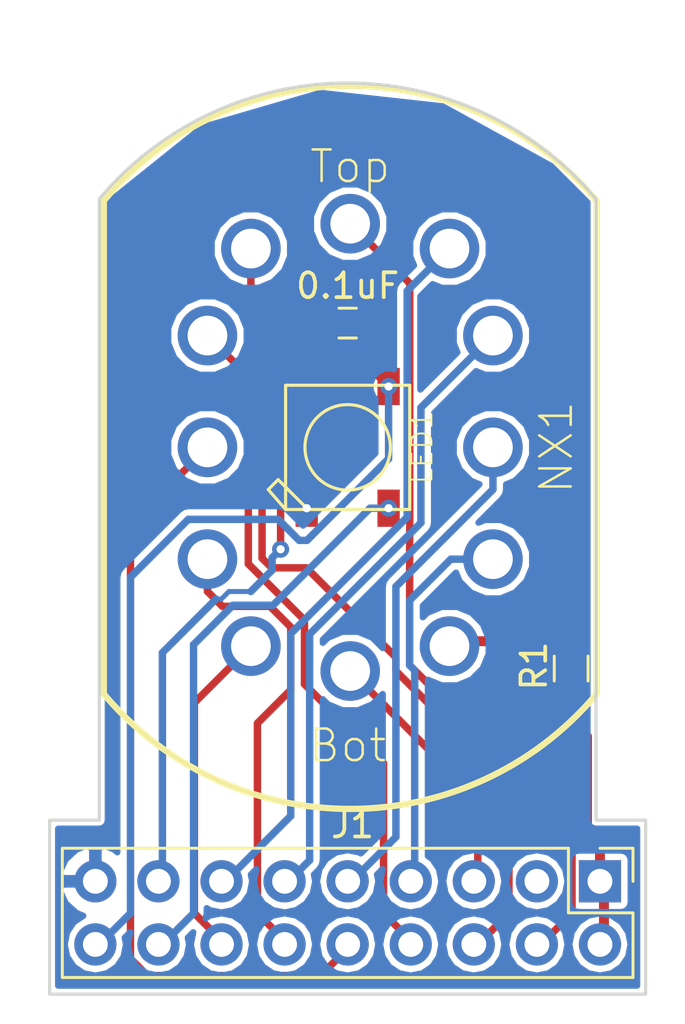
<source format=kicad_pcb>
(kicad_pcb (version 4) (host pcbnew 4.0.6)

  (general
    (links 0)
    (no_connects 20)
    (area 147.956499 104.656637 172.083501 141.443501)
    (thickness 1.6002)
    (drawings 9)
    (tracks 113)
    (zones 0)
    (modules 6)
    (nets 19)
  )

  (page A4)
  (layers
    (0 F.Cu signal)
    (31 B.Cu signal)
    (34 B.Paste user)
    (35 F.Paste user)
    (36 B.SilkS user)
    (37 F.SilkS user)
    (38 B.Mask user)
    (39 F.Mask user)
    (44 Edge.Cuts user)
  )

  (setup
    (last_trace_width 0.4)
    (user_trace_width 0.1524)
    (user_trace_width 0.2)
    (user_trace_width 0.25)
    (user_trace_width 0.3)
    (user_trace_width 0.4)
    (user_trace_width 0.5)
    (user_trace_width 0.6)
    (user_trace_width 0.8)
    (trace_clearance 0.254)
    (zone_clearance 0.1524)
    (zone_45_only no)
    (trace_min 0.1524)
    (segment_width 0.127)
    (edge_width 0.127)
    (via_size 0.6858)
    (via_drill 0.3302)
    (via_min_size 0.6858)
    (via_min_drill 0.3302)
    (uvia_size 0.508)
    (uvia_drill 0.127)
    (uvias_allowed no)
    (uvia_min_size 0.508)
    (uvia_min_drill 0.127)
    (pcb_text_width 0.127)
    (pcb_text_size 0.6 0.6)
    (mod_edge_width 0.127)
    (mod_text_size 0.6 0.6)
    (mod_text_width 0.127)
    (pad_size 1.524 1.524)
    (pad_drill 0.762)
    (pad_to_mask_clearance 0.05)
    (pad_to_paste_clearance -0.04)
    (aux_axis_origin 0 0)
    (grid_origin 160.02 119.38)
    (visible_elements 7FFFFF7F)
    (pcbplotparams
      (layerselection 0x3ffff_80000001)
      (usegerberextensions true)
      (usegerberattributes true)
      (excludeedgelayer true)
      (linewidth 0.127000)
      (plotframeref false)
      (viasonmask false)
      (mode 1)
      (useauxorigin false)
      (hpglpennumber 1)
      (hpglpenspeed 20)
      (hpglpendiameter 15)
      (hpglpenoverlay 2)
      (psnegative false)
      (psa4output false)
      (plotreference true)
      (plotvalue true)
      (plotinvisibletext false)
      (padsonsilk false)
      (subtractmaskfromsilk false)
      (outputformat 1)
      (mirror false)
      (drillshape 0)
      (scaleselection 1)
      (outputdirectory CAM/))
  )

  (net 0 "")
  (net 1 +5V)
  (net 2 GND)
  (net 3 /Anode)
  (net 4 /Dout)
  (net 5 /Din)
  (net 6 "Net-(J1-Pad3)")
  (net 7 /HV6)
  (net 8 /HV11)
  (net 9 /HV5)
  (net 10 /HV10)
  (net 11 /HV4)
  (net 12 /HV9)
  (net 13 /HV3)
  (net 14 /HV8)
  (net 15 /HV2)
  (net 16 /HV7)
  (net 17 /HV1)
  (net 18 "Net-(NX1-PadA)")

  (net_class Default "Imperial - this is the standard class"
    (clearance 0.254)
    (trace_width 0.254)
    (via_dia 0.6858)
    (via_drill 0.3302)
    (uvia_dia 0.508)
    (uvia_drill 0.127)
    (add_net +5V)
    (add_net /Anode)
    (add_net /Din)
    (add_net /Dout)
    (add_net /HV1)
    (add_net /HV10)
    (add_net /HV11)
    (add_net /HV2)
    (add_net /HV3)
    (add_net /HV4)
    (add_net /HV5)
    (add_net /HV6)
    (add_net /HV7)
    (add_net /HV8)
    (add_net /HV9)
    (add_net GND)
    (add_net "Net-(J1-Pad3)")
    (add_net "Net-(NX1-PadA)")
  )

  (net_class 0.2mm ""
    (clearance 0.2)
    (trace_width 0.2)
    (via_dia 0.6858)
    (via_drill 0.3302)
    (uvia_dia 0.508)
    (uvia_drill 0.127)
  )

  (net_class Minimal ""
    (clearance 0.1524)
    (trace_width 0.1524)
    (via_dia 0.6858)
    (via_drill 0.3302)
    (uvia_dia 0.508)
    (uvia_drill 0.127)
  )

  (module adafruit:adafruit-WS2812B (layer F.Cu) (tedit 5A39BE5B) (tstamp 5A3ACAFA)
    (at 160.02 119.38 90)
    (path /592C7523)
    (attr smd)
    (fp_text reference LED1 (at 0 3 90) (layer F.SilkS)
      (effects (font (size 0.8128 0.8128) (thickness 0.0762)))
    )
    (fp_text value WS2812B5050 (at 0 0 90) (layer F.SilkS) hide
      (effects (font (thickness 0.15)))
    )
    (fp_line (start 2.49936 2.49936) (end -2.49936 2.49936) (layer F.SilkS) (width 0.127))
    (fp_line (start -2.49936 2.49936) (end -2.49936 -1.59766) (layer F.SilkS) (width 0.127))
    (fp_line (start -2.49936 -1.59766) (end -2.49936 -2.49936) (layer F.SilkS) (width 0.127))
    (fp_line (start -2.49936 -2.49936) (end -1.59766 -2.49936) (layer F.SilkS) (width 0.127))
    (fp_line (start -1.59766 -2.49936) (end 2.49936 -2.49936) (layer F.SilkS) (width 0.127))
    (fp_line (start 2.49936 -2.49936) (end 2.49936 2.49936) (layer F.SilkS) (width 0.127))
    (fp_line (start -2.49936 -1.59766) (end -1.59766 -2.49936) (layer F.SilkS) (width 0.127))
    (fp_line (start -1.59766 -2.49936) (end -1.29794 -2.79908) (layer F.SilkS) (width 0.127))
    (fp_line (start -1.29794 -2.79908) (end -1.69926 -3.19786) (layer F.SilkS) (width 0.127))
    (fp_line (start -1.69926 -3.19786) (end -2.49936 -2.49936) (layer F.SilkS) (width 0.127))
    (fp_circle (center 0 0) (end 0 -1.71958) (layer F.SilkS) (width 0.127))
    (pad 1-VD smd rect (at 2.44856 1.64846 270) (size 1.4986 0.89916) (layers F.Cu F.Paste F.Mask)
      (net 1 +5V))
    (pad 2-DO smd rect (at 2.44856 -1.64846 270) (size 1.4986 0.89916) (layers F.Cu F.Paste F.Mask)
      (net 4 /Dout))
    (pad 3-GN smd rect (at -2.44856 -1.64846 270) (size 1.4986 0.89916) (layers F.Cu F.Paste F.Mask)
      (net 2 GND))
    (pad 4-DI smd rect (at -2.44856 1.64846 270) (size 1.4986 0.89916) (layers F.Cu F.Paste F.Mask)
      (net 5 /Din))
  )

  (module Pin_Headers:Pin_Header_Straight_2x09_Pitch2.54mm (layer F.Cu) (tedit 59650532) (tstamp 5A3BE88D)
    (at 170.18 136.84 270)
    (descr "Through hole straight pin header, 2x09, 2.54mm pitch, double rows")
    (tags "Through hole pin header THT 2x09 2.54mm double row")
    (path /5A39B530)
    (fp_text reference J1 (at -2.26 9.96 360) (layer F.SilkS)
      (effects (font (size 1 1) (thickness 0.15)))
    )
    (fp_text value Nixie (at 1.27 22.65 270) (layer F.Fab)
      (effects (font (size 1 1) (thickness 0.15)))
    )
    (fp_line (start 0 -1.27) (end 3.81 -1.27) (layer F.Fab) (width 0.1))
    (fp_line (start 3.81 -1.27) (end 3.81 21.59) (layer F.Fab) (width 0.1))
    (fp_line (start 3.81 21.59) (end -1.27 21.59) (layer F.Fab) (width 0.1))
    (fp_line (start -1.27 21.59) (end -1.27 0) (layer F.Fab) (width 0.1))
    (fp_line (start -1.27 0) (end 0 -1.27) (layer F.Fab) (width 0.1))
    (fp_line (start -1.33 21.65) (end 3.87 21.65) (layer F.SilkS) (width 0.12))
    (fp_line (start -1.33 1.27) (end -1.33 21.65) (layer F.SilkS) (width 0.12))
    (fp_line (start 3.87 -1.33) (end 3.87 21.65) (layer F.SilkS) (width 0.12))
    (fp_line (start -1.33 1.27) (end 1.27 1.27) (layer F.SilkS) (width 0.12))
    (fp_line (start 1.27 1.27) (end 1.27 -1.33) (layer F.SilkS) (width 0.12))
    (fp_line (start 1.27 -1.33) (end 3.87 -1.33) (layer F.SilkS) (width 0.12))
    (fp_line (start -1.33 0) (end -1.33 -1.33) (layer F.SilkS) (width 0.12))
    (fp_line (start -1.33 -1.33) (end 0 -1.33) (layer F.SilkS) (width 0.12))
    (fp_line (start -1.8 -1.8) (end -1.8 22.1) (layer F.CrtYd) (width 0.05))
    (fp_line (start -1.8 22.1) (end 4.35 22.1) (layer F.CrtYd) (width 0.05))
    (fp_line (start 4.35 22.1) (end 4.35 -1.8) (layer F.CrtYd) (width 0.05))
    (fp_line (start 4.35 -1.8) (end -1.8 -1.8) (layer F.CrtYd) (width 0.05))
    (fp_text user %R (at 1.27 10.16 360) (layer F.Fab)
      (effects (font (size 1 1) (thickness 0.15)))
    )
    (pad 1 thru_hole rect (at 0 0 270) (size 1.7 1.7) (drill 1) (layers *.Cu *.Mask)
      (net 3 /Anode))
    (pad 2 thru_hole oval (at 2.54 0 270) (size 1.7 1.7) (drill 1) (layers *.Cu *.Mask)
      (net 3 /Anode))
    (pad 3 thru_hole oval (at 0 2.54 270) (size 1.7 1.7) (drill 1) (layers *.Cu *.Mask)
      (net 6 "Net-(J1-Pad3)"))
    (pad 4 thru_hole oval (at 2.54 2.54 270) (size 1.7 1.7) (drill 1) (layers *.Cu *.Mask)
      (net 7 /HV6))
    (pad 5 thru_hole oval (at 0 5.08 270) (size 1.7 1.7) (drill 1) (layers *.Cu *.Mask)
      (net 8 /HV11))
    (pad 6 thru_hole oval (at 2.54 5.08 270) (size 1.7 1.7) (drill 1) (layers *.Cu *.Mask)
      (net 9 /HV5))
    (pad 7 thru_hole oval (at 0 7.62 270) (size 1.7 1.7) (drill 1) (layers *.Cu *.Mask)
      (net 10 /HV10))
    (pad 8 thru_hole oval (at 2.54 7.62 270) (size 1.7 1.7) (drill 1) (layers *.Cu *.Mask)
      (net 11 /HV4))
    (pad 9 thru_hole oval (at 0 10.16 270) (size 1.7 1.7) (drill 1) (layers *.Cu *.Mask)
      (net 12 /HV9))
    (pad 10 thru_hole oval (at 2.54 10.16 270) (size 1.7 1.7) (drill 1) (layers *.Cu *.Mask)
      (net 13 /HV3))
    (pad 11 thru_hole oval (at 0 12.7 270) (size 1.7 1.7) (drill 1) (layers *.Cu *.Mask)
      (net 14 /HV8))
    (pad 12 thru_hole oval (at 2.54 12.7 270) (size 1.7 1.7) (drill 1) (layers *.Cu *.Mask)
      (net 15 /HV2))
    (pad 13 thru_hole oval (at 0 15.24 270) (size 1.7 1.7) (drill 1) (layers *.Cu *.Mask)
      (net 16 /HV7))
    (pad 14 thru_hole oval (at 2.54 15.24 270) (size 1.7 1.7) (drill 1) (layers *.Cu *.Mask)
      (net 17 /HV1))
    (pad 15 thru_hole oval (at 0 17.78 270) (size 1.7 1.7) (drill 1) (layers *.Cu *.Mask)
      (net 4 /Dout))
    (pad 16 thru_hole oval (at 2.54 17.78 270) (size 1.7 1.7) (drill 1) (layers *.Cu *.Mask)
      (net 5 /Din))
    (pad 17 thru_hole oval (at 0 20.32 270) (size 1.7 1.7) (drill 1) (layers *.Cu *.Mask)
      (net 2 GND))
    (pad 18 thru_hole oval (at 2.54 20.32 270) (size 1.7 1.7) (drill 1) (layers *.Cu *.Mask)
      (net 1 +5V))
    (model ${KISYS3DMOD}/Pin_Headers.3dshapes/Pin_Header_Straight_2x09_Pitch2.54mm.wrl
      (at (xyz 0 0 0))
      (scale (xyz 1 1 1))
      (rotate (xyz 0 0 0))
    )
  )

  (module nixies-us:nixies-us-IN-12-DSUB-NOHOLE (layer F.Cu) (tedit 5A39CE5F) (tstamp 5A3BEB79)
    (at 160.12204 119.38)
    (descr "FOR USE WITH FEMALE D-SUB PINS")
    (tags "FOR USE WITH FEMALE D-SUB PINS")
    (path /5A39B784)
    (attr virtual)
    (fp_text reference NX1 (at 8.29796 0 90) (layer F.SilkS)
      (effects (font (size 1.27 1.27) (thickness 0.1016)))
    )
    (fp_text value IN-12 (at -0.10204 12) (layer F.SilkS) hide
      (effects (font (size 1.27 1.27) (thickness 0.1016)))
    )
    (fp_line (start 9.92124 -9.92124) (end 9.92124 9.92124) (layer F.SilkS) (width 0.254))
    (fp_line (start -9.92124 9.92124) (end -9.92124 -9.92124) (layer F.SilkS) (width 0.254))
    (fp_arc (start 0 1.59512) (end 9.92124 9.92124) (angle 100) (layer F.SilkS) (width 0.254))
    (fp_arc (start 0 -1.59512) (end -9.92124 -9.92124) (angle 100) (layer F.SilkS) (width 0.254))
    (fp_text user Bot (at -0.10204 12) (layer F.SilkS)
      (effects (font (size 1.27 1.27) (thickness 0.1016)))
    )
    (fp_text user Top (at -0.00204 -11.3) (layer F.SilkS)
      (effects (font (size 1.27 1.27) (thickness 0.1016)))
    )
    (pad 0 thru_hole circle (at 5.74802 4.49834) (size 2.39776 2.39776) (drill 1.59766) (layers *.Cu *.Paste *.Mask)
      (net 10 /HV10))
    (pad 1 thru_hole circle (at -3.99796 7.99846) (size 2.39776 2.39776) (drill 1.59766) (layers *.Cu *.Paste *.Mask)
      (net 17 /HV1))
    (pad 2 thru_hole circle (at -5.74802 4.49834) (size 2.39776 2.39776) (drill 1.59766) (layers *.Cu *.Paste *.Mask)
      (net 15 /HV2))
    (pad 3 thru_hole circle (at -5.74802 0) (size 2.39776 2.39776) (drill 1.59766) (layers *.Cu *.Paste *.Mask)
      (net 13 /HV3))
    (pad 4 thru_hole circle (at -5.74802 -4.49834) (size 2.39776 2.39776) (drill 1.59766) (layers *.Cu *.Paste *.Mask)
      (net 11 /HV4))
    (pad 5 thru_hole circle (at -3.99796 -7.99846) (size 2.39776 2.39776) (drill 1.59766) (layers *.Cu *.Paste *.Mask)
      (net 9 /HV5))
    (pad 6 thru_hole circle (at 0 -8.99922) (size 2.39776 2.39776) (drill 1.59766) (layers *.Cu *.Paste *.Mask)
      (net 7 /HV6))
    (pad 7 thru_hole circle (at 3.99796 -7.99846) (size 2.39776 2.39776) (drill 1.59766) (layers *.Cu *.Paste *.Mask)
      (net 16 /HV7))
    (pad 8 thru_hole circle (at 5.74802 -4.49834) (size 2.39776 2.39776) (drill 1.59766) (layers *.Cu *.Paste *.Mask)
      (net 14 /HV8))
    (pad 9 thru_hole circle (at 5.74802 0) (size 2.39776 2.39776) (drill 1.59766) (layers *.Cu *.Paste *.Mask)
      (net 12 /HV9))
    (pad A thru_hole circle (at 3.99796 7.99846) (size 2.39776 2.39776) (drill 1.59766) (layers *.Cu *.Paste *.Mask)
      (net 18 "Net-(NX1-PadA)"))
    (pad LHDP thru_hole circle (at 0 8.99922) (size 2.39776 2.39776) (drill 1.59766) (layers *.Cu *.Paste *.Mask)
      (net 8 /HV11))
  )

  (module Resistors_SMD:R_0603_HandSoldering (layer F.Cu) (tedit 58E0A804) (tstamp 5A3BEDA9)
    (at 169.02 128.28 270)
    (descr "Resistor SMD 0603, hand soldering")
    (tags "resistor 0603")
    (path /592C7A6F)
    (attr smd)
    (fp_text reference R1 (at -0.1 1.5 270) (layer F.SilkS)
      (effects (font (size 1 1) (thickness 0.15)))
    )
    (fp_text value R (at 0 1.55 270) (layer F.Fab)
      (effects (font (size 1 1) (thickness 0.15)))
    )
    (fp_text user %R (at 0 0 270) (layer F.Fab)
      (effects (font (size 0.4 0.4) (thickness 0.075)))
    )
    (fp_line (start -0.8 0.4) (end -0.8 -0.4) (layer F.Fab) (width 0.1))
    (fp_line (start 0.8 0.4) (end -0.8 0.4) (layer F.Fab) (width 0.1))
    (fp_line (start 0.8 -0.4) (end 0.8 0.4) (layer F.Fab) (width 0.1))
    (fp_line (start -0.8 -0.4) (end 0.8 -0.4) (layer F.Fab) (width 0.1))
    (fp_line (start 0.5 0.68) (end -0.5 0.68) (layer F.SilkS) (width 0.12))
    (fp_line (start -0.5 -0.68) (end 0.5 -0.68) (layer F.SilkS) (width 0.12))
    (fp_line (start -1.96 -0.7) (end 1.95 -0.7) (layer F.CrtYd) (width 0.05))
    (fp_line (start -1.96 -0.7) (end -1.96 0.7) (layer F.CrtYd) (width 0.05))
    (fp_line (start 1.95 0.7) (end 1.95 -0.7) (layer F.CrtYd) (width 0.05))
    (fp_line (start 1.95 0.7) (end -1.96 0.7) (layer F.CrtYd) (width 0.05))
    (pad 1 smd rect (at -1.1 0 270) (size 1.2 0.9) (layers F.Cu F.Paste F.Mask)
      (net 18 "Net-(NX1-PadA)"))
    (pad 2 smd rect (at 1.1 0 270) (size 1.2 0.9) (layers F.Cu F.Paste F.Mask)
      (net 3 /Anode))
    (model ${KISYS3DMOD}/Resistors_SMD.3dshapes/R_0603.wrl
      (at (xyz 0 0 0))
      (scale (xyz 1 1 1))
      (rotate (xyz 0 0 0))
    )
  )

  (module Capacitors_SMD:C_0603_HandSoldering (layer F.Cu) (tedit 5A39C51B) (tstamp 5A3BEDEB)
    (at 160.02 114.38 180)
    (descr "Capacitor SMD 0603, hand soldering")
    (tags "capacitor 0603")
    (path /592C7A4C)
    (attr smd)
    (fp_text reference C1 (at 0 1.5 180) (layer F.SilkS) hide
      (effects (font (size 1 1) (thickness 0.15)))
    )
    (fp_text value 0.1uF (at 0 1.5 180) (layer F.SilkS)
      (effects (font (size 1 1) (thickness 0.15)))
    )
    (fp_text user %R (at 0 -1.25 180) (layer F.Fab)
      (effects (font (size 1 1) (thickness 0.15)))
    )
    (fp_line (start -0.8 0.4) (end -0.8 -0.4) (layer F.Fab) (width 0.1))
    (fp_line (start 0.8 0.4) (end -0.8 0.4) (layer F.Fab) (width 0.1))
    (fp_line (start 0.8 -0.4) (end 0.8 0.4) (layer F.Fab) (width 0.1))
    (fp_line (start -0.8 -0.4) (end 0.8 -0.4) (layer F.Fab) (width 0.1))
    (fp_line (start -0.35 -0.6) (end 0.35 -0.6) (layer F.SilkS) (width 0.12))
    (fp_line (start 0.35 0.6) (end -0.35 0.6) (layer F.SilkS) (width 0.12))
    (fp_line (start -1.8 -0.65) (end 1.8 -0.65) (layer F.CrtYd) (width 0.05))
    (fp_line (start -1.8 -0.65) (end -1.8 0.65) (layer F.CrtYd) (width 0.05))
    (fp_line (start 1.8 0.65) (end 1.8 -0.65) (layer F.CrtYd) (width 0.05))
    (fp_line (start 1.8 0.65) (end -1.8 0.65) (layer F.CrtYd) (width 0.05))
    (pad 1 smd rect (at -0.95 0 180) (size 1.2 0.75) (layers F.Cu F.Paste F.Mask)
      (net 1 +5V))
    (pad 2 smd rect (at 0.95 0 180) (size 1.2 0.75) (layers F.Cu F.Paste F.Mask)
      (net 2 GND))
    (model Capacitors_SMD.3dshapes/C_0603.wrl
      (at (xyz 0 0 0))
      (scale (xyz 1 1 1))
      (rotate (xyz 0 0 0))
    )
  )

  (module logos:mermaid_l (layer B.Cu) (tedit 0) (tstamp 5A3BEF0C)
    (at 167.62 113.58 180)
    (fp_text reference G*** (at 0 0 180) (layer B.SilkS) hide
      (effects (font (thickness 0.3)) (justify mirror))
    )
    (fp_text value LOGO (at 0.75 0 180) (layer B.SilkS) hide
      (effects (font (thickness 0.3)) (justify mirror))
    )
    (fp_poly (pts (xy 0.016811 3.773536) (xy 0.035492 3.771585) (xy 0.039687 3.770741) (xy 0.079417 3.757244)
      (xy 0.111324 3.737775) (xy 0.124832 3.725513) (xy 0.142677 3.704599) (xy 0.153161 3.684612)
      (xy 0.15793 3.661447) (xy 0.15875 3.64097) (xy 0.158058 3.61993) (xy 0.155124 3.604749)
      (xy 0.148654 3.590748) (xy 0.141938 3.580059) (xy 0.122141 3.557766) (xy 0.098998 3.544256)
      (xy 0.074141 3.539962) (xy 0.049199 3.545313) (xy 0.036501 3.55221) (xy 0.025568 3.560763)
      (xy 0.019906 3.570026) (xy 0.017449 3.584153) (xy 0.016932 3.59157) (xy 0.016648 3.608477)
      (xy 0.018904 3.618133) (xy 0.024587 3.623743) (xy 0.026084 3.624592) (xy 0.039465 3.627784)
      (xy 0.050441 3.626922) (xy 0.059967 3.622881) (xy 0.061919 3.615123) (xy 0.060823 3.608777)
      (xy 0.060289 3.596153) (xy 0.064906 3.590901) (xy 0.073078 3.592235) (xy 0.083211 3.599369)
      (xy 0.093713 3.61152) (xy 0.102989 3.6279) (xy 0.103896 3.629997) (xy 0.108418 3.643365)
      (xy 0.108287 3.6547) (xy 0.103467 3.669685) (xy 0.087643 3.698859) (xy 0.064252 3.721926)
      (xy 0.050164 3.731216) (xy 0.036916 3.737802) (xy 0.022748 3.741623) (xy 0.004134 3.743365)
      (xy -0.014288 3.743716) (xy -0.040147 3.742911) (xy -0.057394 3.740394) (xy -0.064294 3.73724)
      (xy -0.073648 3.731439) (xy -0.077728 3.730626) (xy -0.088165 3.726605) (xy -0.102163 3.716065)
      (xy -0.117406 3.701291) (xy -0.131579 3.684564) (xy -0.142367 3.668169) (xy -0.143717 3.665542)
      (xy -0.151883 3.648712) (xy -0.159332 3.633251) (xy -0.163088 3.620111) (xy -0.165384 3.598867)
      (xy -0.16631 3.568514) (xy -0.166318 3.553876) (xy -0.166026 3.5265) (xy -0.165145 3.506715)
      (xy -0.163111 3.491529) (xy -0.159359 3.477949) (xy -0.153324 3.462983) (xy -0.14625 3.447521)
      (xy -0.121753 3.405235) (xy -0.0903 3.36927) (xy -0.051325 3.33924) (xy -0.004264 3.314759)
      (xy 0.051447 3.295441) (xy 0.089958 3.28602) (xy 0.119366 3.282227) (xy 0.156195 3.281263)
      (xy 0.197719 3.282946) (xy 0.241212 3.28709) (xy 0.283951 3.293513) (xy 0.321687 3.301638)
      (xy 0.342155 3.307861) (xy 0.360849 3.315263) (xy 0.376278 3.322945) (xy 0.386953 3.330006)
      (xy 0.391385 3.335547) (xy 0.388082 3.338667) (xy 0.383597 3.339042) (xy 0.373649 3.342219)
      (xy 0.357833 3.350734) (xy 0.338335 3.36306) (xy 0.317344 3.377673) (xy 0.297047 3.393046)
      (xy 0.279632 3.407655) (xy 0.267286 3.419973) (xy 0.26692 3.420407) (xy 0.246827 3.446164)
      (xy 0.232225 3.469838) (xy 0.221889 3.494463) (xy 0.214597 3.523071) (xy 0.209127 3.558694)
      (xy 0.208269 3.565849) (xy 0.208225 3.599519) (xy 0.214696 3.635439) (xy 0.226608 3.670269)
      (xy 0.242885 3.700666) (xy 0.257355 3.718587) (xy 0.284712 3.739246) (xy 0.316451 3.752322)
      (xy 0.350326 3.757709) (xy 0.384089 3.755304) (xy 0.415495 3.745003) (xy 0.441854 3.727116)
      (xy 0.456743 3.708989) (xy 0.464158 3.687733) (xy 0.465666 3.667574) (xy 0.46447 3.649678)
      (xy 0.459418 3.636679) (xy 0.44831 3.623019) (xy 0.447843 3.622523) (xy 0.432662 3.60928)
      (xy 0.418526 3.60395) (xy 0.413448 3.603625) (xy 0.394908 3.608269) (xy 0.381565 3.620647)
      (xy 0.375782 3.638431) (xy 0.375708 3.640833) (xy 0.378805 3.655072) (xy 0.386689 3.660815)
      (xy 0.397247 3.657238) (xy 0.40302 3.65151) (xy 0.411119 3.643576) (xy 0.417703 3.64383)
      (xy 0.420717 3.645984) (xy 0.426691 3.656909) (xy 0.428309 3.673525) (xy 0.425542 3.691863)
      (xy 0.421138 3.703294) (xy 0.410709 3.716673) (xy 0.399156 3.725521) (xy 0.381042 3.731036)
      (xy 0.358057 3.732598) (xy 0.335132 3.730244) (xy 0.318905 3.724949) (xy 0.298369 3.711409)
      (xy 0.278961 3.693672) (xy 0.264484 3.675356) (xy 0.26187 3.670693) (xy 0.258107 3.658302)
      (xy 0.255508 3.640465) (xy 0.254155 3.620218) (xy 0.254128 3.6006) (xy 0.25551 3.584648)
      (xy 0.258381 3.5754) (xy 0.259291 3.574521) (xy 0.263387 3.567227) (xy 0.264583 3.558334)
      (xy 0.266434 3.54854) (xy 0.269875 3.545417) (xy 0.274956 3.541344) (xy 0.275166 3.539772)
      (xy 0.278369 3.532005) (xy 0.286651 3.519125) (xy 0.298022 3.503894) (xy 0.310492 3.489074)
      (xy 0.315691 3.483521) (xy 0.332808 3.469181) (xy 0.356966 3.453086) (xy 0.385192 3.436898)
      (xy 0.41451 3.422278) (xy 0.441945 3.410886) (xy 0.451563 3.407656) (xy 0.513508 3.39253)
      (xy 0.572008 3.386659) (xy 0.6285 3.390216) (xy 0.684423 3.403376) (xy 0.741216 3.42631)
      (xy 0.78052 3.447259) (xy 0.817352 3.46804) (xy 0.848125 3.483558) (xy 0.875501 3.494552)
      (xy 0.902139 3.501759) (xy 0.9307 3.505917) (xy 0.963843 3.507764) (xy 0.999762 3.50806)
      (xy 1.029829 3.507596) (xy 1.058475 3.506543) (xy 1.08289 3.505047) (xy 1.100268 3.50325)
      (xy 1.103312 3.502746) (xy 1.124251 3.498943) (xy 1.148566 3.494739) (xy 1.16152 3.492588)
      (xy 1.183437 3.488718) (xy 1.205109 3.484407) (xy 1.21576 3.482026) (xy 1.242534 3.475574)
      (xy 1.261268 3.470981) (xy 1.27422 3.467665) (xy 1.283649 3.465044) (xy 1.29181 3.462534)
      (xy 1.293812 3.46189) (xy 1.330054 3.447173) (xy 1.362613 3.428217) (xy 1.390124 3.406284)
      (xy 1.411222 3.382636) (xy 1.42454 3.358536) (xy 1.428749 3.337087) (xy 1.430965 3.31796)
      (xy 1.436932 3.293293) (xy 1.445634 3.266996) (xy 1.4496 3.257021) (xy 1.460028 3.223921)
      (xy 1.465344 3.188889) (xy 1.465701 3.173183) (xy 1.465206 3.152449) (xy 1.465622 3.140318)
      (xy 1.467505 3.134815) (xy 1.471411 3.133966) (xy 1.476375 3.135313) (xy 1.485246 3.136563)
      (xy 1.485546 3.132317) (xy 1.477379 3.123141) (xy 1.473497 3.119686) (xy 1.464568 3.110292)
      (xy 1.463129 3.101507) (xy 1.465406 3.093994) (xy 1.472998 3.082438) (xy 1.485846 3.06985)
      (xy 1.491895 3.065257) (xy 1.507592 3.051442) (xy 1.513053 3.038041) (xy 1.508312 3.023896)
      (xy 1.493572 3.007997) (xy 1.481954 2.996879) (xy 1.477871 2.989625) (xy 1.480148 2.984092)
      (xy 1.480343 2.983889) (xy 1.48489 2.973373) (xy 1.486712 2.956585) (xy 1.485771 2.93749)
      (xy 1.482027 2.920051) (xy 1.481007 2.917281) (xy 1.468042 2.883178) (xy 1.459777 2.85676)
      (xy 1.455764 2.836468) (xy 1.455208 2.827306) (xy 1.451635 2.812089) (xy 1.440656 2.801224)
      (xy 1.433744 2.797314) (xy 1.425278 2.794661) (xy 1.41333 2.793085) (xy 1.395971 2.79241)
      (xy 1.371273 2.792457) (xy 1.349375 2.792809) (xy 1.31873 2.793255) (xy 1.296659 2.793112)
      (xy 1.281157 2.792186) (xy 1.270221 2.790279) (xy 1.261849 2.787196) (xy 1.255447 2.783626)
      (xy 1.244268 2.774775) (xy 1.238474 2.766405) (xy 1.23825 2.764974) (xy 1.235863 2.757876)
      (xy 1.233805 2.756959) (xy 1.229201 2.752098) (xy 1.223916 2.739092) (xy 1.218503 2.720308)
      (xy 1.213515 2.698112) (xy 1.209506 2.674871) (xy 1.207028 2.652951) (xy 1.2065 2.640132)
      (xy 1.207874 2.614203) (xy 1.211589 2.582523) (xy 1.217032 2.549504) (xy 1.222776 2.522803)
      (xy 1.235661 2.473043) (xy 1.247332 2.433315) (xy 1.257929 2.403156) (xy 1.259293 2.399771)
      (xy 1.264013 2.387513) (xy 1.269636 2.371955) (xy 1.270086 2.370667) (xy 1.278721 2.347809)
      (xy 1.289907 2.322021) (xy 1.304888 2.290463) (xy 1.308378 2.283355) (xy 1.317963 2.259043)
      (xy 1.323702 2.234224) (xy 1.325348 2.211548) (xy 1.322652 2.19366) (xy 1.317561 2.184909)
      (xy 1.307186 2.176016) (xy 1.292853 2.165074) (xy 1.277255 2.153968) (xy 1.263087 2.144581)
      (xy 1.253044 2.138797) (xy 1.250232 2.137834) (xy 1.242386 2.13401) (xy 1.231208 2.124466)
      (xy 1.219519 2.11209) (xy 1.21014 2.099773) (xy 1.206613 2.093154) (xy 1.204218 2.073293)
      (xy 1.210459 2.048342) (xy 1.211685 2.04523) (xy 1.220793 2.023791) (xy 1.23213 1.998543)
      (xy 1.244765 1.971403) (xy 1.257766 1.944284) (xy 1.270202 1.9191) (xy 1.281142 1.897767)
      (xy 1.289653 1.882198) (xy 1.294804 1.874308) (xy 1.294911 1.874195) (xy 1.300737 1.866426)
      (xy 1.30175 1.863411) (xy 1.305702 1.855954) (xy 1.316422 1.843726) (xy 1.332206 1.828296)
      (xy 1.351351 1.811235) (xy 1.372151 1.794113) (xy 1.392903 1.778501) (xy 1.397 1.775628)
      (xy 1.412481 1.764474) (xy 1.432822 1.749179) (xy 1.456251 1.731147) (xy 1.480994 1.711783)
      (xy 1.505277 1.692489) (xy 1.527327 1.674669) (xy 1.54537 1.659728) (xy 1.557633 1.649068)
      (xy 1.561041 1.645785) (xy 1.566531 1.641261) (xy 1.577559 1.632846) (xy 1.584854 1.62743)
      (xy 1.599074 1.616479) (xy 1.610642 1.606732) (xy 1.613958 1.603563) (xy 1.621166 1.597319)
      (xy 1.63503 1.586326) (xy 1.653625 1.57203) (xy 1.675029 1.555881) (xy 1.697317 1.539326)
      (xy 1.718566 1.523814) (xy 1.736854 1.510793) (xy 1.740958 1.507944) (xy 1.75542 1.497422)
      (xy 1.767734 1.487559) (xy 1.769672 1.48584) (xy 1.781335 1.477351) (xy 1.789516 1.473434)
      (xy 1.797549 1.469117) (xy 1.799166 1.466423) (xy 1.803588 1.462135) (xy 1.814535 1.456503)
      (xy 1.817687 1.455209) (xy 1.829662 1.449593) (xy 1.835937 1.444862) (xy 1.836208 1.4441)
      (xy 1.840779 1.440501) (xy 1.852852 1.434525) (xy 1.869967 1.42737) (xy 1.872824 1.426267)
      (xy 1.88894 1.420424) (xy 1.902804 1.416562) (xy 1.917198 1.414357) (xy 1.934907 1.413483)
      (xy 1.958714 1.413615) (xy 1.977334 1.414048) (xy 2.011477 1.415666) (xy 2.050591 1.418652)
      (xy 2.089221 1.422539) (xy 2.114726 1.425785) (xy 2.14488 1.42989) (xy 2.16751 1.432256)
      (xy 2.18552 1.432964) (xy 2.201812 1.432095) (xy 2.219288 1.429731) (xy 2.224528 1.428856)
      (xy 2.245404 1.424861) (xy 2.257747 1.421152) (xy 2.263552 1.416902) (xy 2.264833 1.412127)
      (xy 2.263508 1.406717) (xy 2.257986 1.403732) (xy 2.245944 1.402491) (xy 2.231409 1.402292)
      (xy 2.207764 1.401303) (xy 2.182238 1.398663) (xy 2.158033 1.394866) (xy 2.138355 1.390404)
      (xy 2.12725 1.386276) (xy 2.123304 1.383434) (xy 2.123829 1.381057) (xy 2.130164 1.378752)
      (xy 2.143652 1.376125) (xy 2.165634 1.37278) (xy 2.180166 1.370725) (xy 2.208747 1.366286)
      (xy 2.230983 1.361492) (xy 2.251087 1.355226) (xy 2.27327 1.34637) (xy 2.275416 1.345449)
      (xy 2.291879 1.337058) (xy 2.307873 1.326809) (xy 2.32072 1.316668) (xy 2.327745 1.308602)
      (xy 2.328333 1.306591) (xy 2.323743 1.304335) (xy 2.312281 1.304011) (xy 2.297402 1.305252)
      (xy 2.282566 1.307694) (xy 2.271229 1.31097) (xy 2.267743 1.312991) (xy 2.258675 1.31683)
      (xy 2.251604 1.317626) (xy 2.239817 1.320172) (xy 2.234786 1.323331) (xy 2.225761 1.326846)
      (xy 2.213884 1.326984) (xy 2.204136 1.325219) (xy 2.204029 1.323129) (xy 2.20927 1.320799)
      (xy 2.23606 1.310129) (xy 2.25511 1.301894) (xy 2.268643 1.294964) (xy 2.278885 1.288209)
      (xy 2.287322 1.281169) (xy 2.296853 1.2715) (xy 2.301715 1.264499) (xy 2.301875 1.263719)
      (xy 2.297454 1.259587) (xy 2.285098 1.260225) (xy 2.266162 1.265338) (xy 2.242005 1.274631)
      (xy 2.232778 1.27872) (xy 2.210862 1.287938) (xy 2.195226 1.292907) (xy 2.186673 1.293593)
      (xy 2.186011 1.289959) (xy 2.194044 1.28197) (xy 2.19612 1.28034) (xy 2.207237 1.273141)
      (xy 2.215319 1.270118) (xy 2.221801 1.265714) (xy 2.226876 1.256324) (xy 2.227791 1.251047)
      (xy 2.223516 1.248302) (xy 2.212505 1.249392) (xy 2.197482 1.253408) (xy 2.181171 1.259436)
      (xy 2.166296 1.266566) (xy 2.15558 1.273887) (xy 2.153708 1.275833) (xy 2.146702 1.280288)
      (xy 2.132687 1.286789) (xy 2.114695 1.294037) (xy 2.095756 1.300732) (xy 2.095124 1.300937)
      (xy 2.07869 1.304461) (xy 2.057774 1.306667) (xy 2.046312 1.307042) (xy 2.028903 1.306558)
      (xy 2.018807 1.304253) (xy 2.012768 1.298853) (xy 2.009183 1.29249) (xy 2.005287 1.278785)
      (xy 2.008579 1.265874) (xy 2.019902 1.252443) (xy 2.040101 1.237179) (xy 2.048014 1.232048)
      (xy 2.069352 1.218173) (xy 2.083328 1.207722) (xy 2.091758 1.198848) (xy 2.096459 1.189706)
      (xy 2.098878 1.180349) (xy 2.099775 1.168122) (xy 2.095521 1.163627) (xy 2.094838 1.16354)
      (xy 2.077123 1.165005) (xy 2.064663 1.173081) (xy 2.054291 1.180457) (xy 2.036679 1.190046)
      (xy 2.014573 1.20055) (xy 1.990717 1.210671) (xy 1.967857 1.219114) (xy 1.965854 1.219776)
      (xy 1.928101 1.233609) (xy 1.898307 1.248381) (xy 1.87387 1.26573) (xy 1.852189 1.287294)
      (xy 1.844908 1.29597) (xy 1.82922 1.314316) (xy 1.813605 1.330793) (xy 1.80082 1.342542)
      (xy 1.797992 1.344686) (xy 1.786309 1.353213) (xy 1.778836 1.359346) (xy 1.778 1.360236)
      (xy 1.771224 1.365606) (xy 1.75693 1.374794) (xy 1.736985 1.386729) (xy 1.713259 1.400343)
      (xy 1.687619 1.414565) (xy 1.661936 1.428326) (xy 1.638076 1.440557) (xy 1.635125 1.442019)
      (xy 1.587553 1.46584) (xy 1.546283 1.487396) (xy 1.507857 1.50852) (xy 1.481666 1.52353)
      (xy 1.464862 1.532936) (xy 1.450648 1.540248) (xy 1.443302 1.543429) (xy 1.435482 1.548118)
      (xy 1.434041 1.551076) (xy 1.429946 1.555562) (xy 1.42835 1.55575) (xy 1.421455 1.558368)
      (xy 1.407463 1.565519) (xy 1.388265 1.576151) (xy 1.365753 1.589212) (xy 1.341819 1.60365)
      (xy 1.338081 1.605957) (xy 1.328838 1.611626) (xy 1.314356 1.620452) (xy 1.303686 1.626934)
      (xy 1.289183 1.635949) (xy 1.278713 1.64286) (xy 1.275291 1.645485) (xy 1.269816 1.650117)
      (xy 1.258818 1.65865) (xy 1.251479 1.66417) (xy 1.234056 1.677274) (xy 1.220686 1.687881)
      (xy 1.208649 1.698391) (xy 1.195222 1.711206) (xy 1.177684 1.728725) (xy 1.173427 1.733021)
      (xy 1.154691 1.753203) (xy 1.136473 1.774958) (xy 1.121826 1.794574) (xy 1.117957 1.80049)
      (xy 1.107458 1.815879) (xy 1.098096 1.826821) (xy 1.091977 1.830917) (xy 1.085418 1.828569)
      (xy 1.084785 1.826948) (xy 1.081627 1.820717) (xy 1.073818 1.810294) (xy 1.071556 1.807605)
      (xy 1.063024 1.796859) (xy 1.058535 1.789598) (xy 1.058333 1.788759) (xy 1.055116 1.78268)
      (xy 1.048847 1.77503) (xy 1.038358 1.760344) (xy 1.026121 1.737991) (xy 1.013216 1.710506)
      (xy 1.00072 1.680421) (xy 0.989714 1.650268) (xy 0.981275 1.622581) (xy 0.977986 1.608667)
      (xy 0.968972 1.562362) (xy 0.962328 1.523365) (xy 0.95779 1.488735) (xy 0.955093 1.45553)
      (xy 0.953972 1.420809) (xy 0.954162 1.38163) (xy 0.954874 1.352021) (xy 0.955956 1.318336)
      (xy 0.957154 1.287144) (xy 0.958377 1.260422) (xy 0.959534 1.240144) (xy 0.960534 1.228284)
      (xy 0.960617 1.227667) (xy 0.961429 1.217554) (xy 0.962358 1.198447) (xy 0.96335 1.171939)
      (xy 0.964353 1.139617) (xy 0.96531 1.103071) (xy 0.96617 1.063891) (xy 0.966176 1.063625)
      (xy 0.966988 1.016579) (xy 0.967314 0.977779) (xy 0.967075 0.9449) (xy 0.96619 0.915612)
      (xy 0.964579 0.887587) (xy 0.962164 0.858498) (xy 0.958863 0.826017) (xy 0.95765 0.814917)
      (xy 0.951084 0.75682) (xy 0.945176 0.707679) (xy 0.939682 0.665903) (xy 0.934356 0.629902)
      (xy 0.928956 0.598088) (xy 0.923235 0.56887) (xy 0.916949 0.54066) (xy 0.912885 0.523875)
      (xy 0.906794 0.498662) (xy 0.901413 0.475129) (xy 0.897462 0.456489) (xy 0.895973 0.44834)
      (xy 0.892856 0.434708) (xy 0.889085 0.426281) (xy 0.888285 0.425538) (xy 0.884592 0.418555)
      (xy 0.883669 0.411115) (xy 0.882028 0.401383) (xy 0.877635 0.38436) (xy 0.871226 0.362746)
      (xy 0.866028 0.346605) (xy 0.857767 0.321534) (xy 0.84996 0.297435) (xy 0.843739 0.277819)
      (xy 0.841302 0.269875) (xy 0.836378 0.25453) (xy 0.832191 0.243342) (xy 0.830942 0.240771)
      (xy 0.827336 0.232696) (xy 0.822295 0.21902) (xy 0.820702 0.214313) (xy 0.81395 0.195276)
      (xy 0.806669 0.176625) (xy 0.80583 0.174625) (xy 0.798972 0.158321) (xy 0.792944 0.14374)
      (xy 0.792593 0.142875) (xy 0.786649 0.129107) (xy 0.782549 0.120458) (xy 0.778574 0.110063)
      (xy 0.777875 0.105842) (xy 0.775639 0.099184) (xy 0.769428 0.084596) (xy 0.759982 0.063622)
      (xy 0.748042 0.037806) (xy 0.734349 0.008691) (xy 0.719644 -0.022178) (xy 0.704668 -0.053257)
      (xy 0.690162 -0.083002) (xy 0.676867 -0.10987) (xy 0.665523 -0.132316) (xy 0.656873 -0.148797)
      (xy 0.651656 -0.157769) (xy 0.650888 -0.15875) (xy 0.64704 -0.164585) (xy 0.640139 -0.176579)
      (xy 0.635415 -0.185208) (xy 0.622667 -0.207639) (xy 0.605809 -0.235506) (xy 0.586295 -0.266573)
      (xy 0.565581 -0.298607) (xy 0.545121 -0.329373) (xy 0.52637 -0.356639) (xy 0.510784 -0.378168)
      (xy 0.504464 -0.386291) (xy 0.49882 -0.393433) (xy 0.48822 -0.406992) (xy 0.474188 -0.425014)
      (xy 0.458423 -0.445321) (xy 0.386268 -0.531586) (xy 0.305323 -0.615902) (xy 0.217382 -0.696433)
      (xy 0.193138 -0.716902) (xy 0.177764 -0.729736) (xy 0.165728 -0.739925) (xy 0.159212 -0.745619)
      (xy 0.15875 -0.74607) (xy 0.15364 -0.750212) (xy 0.141905 -0.75919) (xy 0.125441 -0.771566)
      (xy 0.111125 -0.782215) (xy 0.091503 -0.796811) (xy 0.074346 -0.809688) (xy 0.061903 -0.819151)
      (xy 0.057234 -0.822811) (xy 0.046348 -0.830914) (xy 0.033422 -0.839659) (xy 0.019429 -0.849492)
      (xy 0.008262 -0.85853) (xy -0.00115 -0.865562) (xy -0.006772 -0.867833) (xy -0.013177 -0.871028)
      (xy -0.024494 -0.879231) (xy -0.033185 -0.886354) (xy -0.046046 -0.896711) (xy -0.055853 -0.903433)
      (xy -0.059243 -0.904875) (xy -0.065136 -0.907527) (xy -0.076973 -0.9143) (xy -0.09191 -0.923419)
      (xy -0.107104 -0.933106) (xy -0.119711 -0.941585) (xy -0.126887 -0.947081) (xy -0.127 -0.947193)
      (xy -0.133129 -0.951521) (xy -0.142875 -0.957378) (xy -0.152011 -0.962765) (xy -0.168175 -0.972485)
      (xy -0.189376 -0.985333) (xy -0.213623 -1.000104) (xy -0.223801 -1.006326) (xy -0.247553 -1.020777)
      (xy -0.267952 -1.033032) (xy -0.283378 -1.04213) (xy -0.292207 -1.047106) (xy -0.293632 -1.04775)
      (xy -0.298902 -1.050229) (xy -0.310818 -1.056768) (xy -0.326931 -1.066017) (xy -0.328991 -1.067222)
      (xy -0.356603 -1.083148) (xy -0.386048 -1.099703) (xy -0.414493 -1.115327) (xy -0.439106 -1.128464)
      (xy -0.455084 -1.136599) (xy -0.467632 -1.14309) (xy -0.475484 -1.147821) (xy -0.47625 -1.148468)
      (xy -0.481786 -1.151903) (xy -0.494692 -1.158989) (xy -0.512891 -1.168607) (xy -0.529167 -1.177013)
      (xy -0.578322 -1.202179) (xy -0.622845 -1.225001) (xy -0.661951 -1.245075) (xy -0.694854 -1.261998)
      (xy -0.720769 -1.275365) (xy -0.73891 -1.284772) (xy -0.748492 -1.289816) (xy -0.748968 -1.290075)
      (xy -0.758048 -1.294813) (xy -0.773987 -1.302904) (xy -0.794153 -1.313017) (xy -0.80698 -1.3194)
      (xy -0.881231 -1.35675) (xy -0.94652 -1.390707) (xy -1.003734 -1.421745) (xy -1.05376 -1.450342)
      (xy -1.076855 -1.464177) (xy -1.090458 -1.471801) (xy -1.098021 -1.475597) (xy -1.105412 -1.479911)
      (xy -1.119579 -1.488876) (xy -1.138874 -1.501392) (xy -1.161647 -1.516359) (xy -1.18625 -1.532677)
      (xy -1.211035 -1.549246) (xy -1.234352 -1.564966) (xy -1.254552 -1.578737) (xy -1.269988 -1.58946)
      (xy -1.279009 -1.596033) (xy -1.280584 -1.5974) (xy -1.28583 -1.602217) (xy -1.296881 -1.611472)
      (xy -1.309688 -1.621833) (xy -1.369914 -1.675393) (xy -1.421218 -1.732685) (xy -1.463288 -1.79318)
      (xy -1.495811 -1.856346) (xy -1.518476 -1.921651) (xy -1.530971 -1.988566) (xy -1.532115 -2.00072)
      (xy -1.533533 -2.021291) (xy -1.533389 -2.03401) (xy -1.531178 -2.041555) (xy -1.526396 -2.046606)
      (xy -1.523028 -2.048937) (xy -1.508982 -2.055507) (xy -1.492365 -2.060056) (xy -1.492229 -2.060079)
      (xy -1.452691 -2.067475) (xy -1.418964 -2.075738) (xy -1.394355 -2.083271) (xy -1.372487 -2.090356)
      (xy -1.346337 -2.098616) (xy -1.322917 -2.10585) (xy -1.302468 -2.112199) (xy -1.284909 -2.117877)
      (xy -1.273608 -2.12179) (xy -1.272646 -2.122164) (xy -1.262724 -2.125949) (xy -1.246121 -2.132103)
      (xy -1.226116 -2.139411) (xy -1.222375 -2.140766) (xy -1.203039 -2.148094) (xy -1.187481 -2.154598)
      (xy -1.178496 -2.159093) (xy -1.177661 -2.159711) (xy -1.168071 -2.163984) (xy -1.164987 -2.164291)
      (xy -1.156849 -2.166561) (xy -1.141251 -2.172762) (xy -1.120145 -2.181983) (xy -1.095482 -2.193313)
      (xy -1.069213 -2.20584) (xy -1.043289 -2.218653) (xy -1.019661 -2.230841) (xy -1.002771 -2.240067)
      (xy -0.979183 -2.253619) (xy -0.954406 -2.268128) (xy -0.930964 -2.28209) (xy -0.911386 -2.293997)
      (xy -0.898196 -2.302344) (xy -0.897227 -2.302991) (xy -0.84537 -2.340492) (xy -0.792658 -2.383257)
      (xy -0.741528 -2.42907) (xy -0.694416 -2.475712) (xy -0.653759 -2.520968) (xy -0.642579 -2.534708)
      (xy -0.628634 -2.552018) (xy -0.616971 -2.565902) (xy -0.609232 -2.574434) (xy -0.607219 -2.576159)
      (xy -0.603295 -2.582213) (xy -0.60325 -2.582995) (xy -0.599953 -2.59017) (xy -0.592419 -2.599694)
      (xy -0.584795 -2.609595) (xy -0.573492 -2.626331) (xy -0.559985 -2.647494) (xy -0.545751 -2.670677)
      (xy -0.532266 -2.693472) (xy -0.521004 -2.713471) (xy -0.513442 -2.728265) (xy -0.512956 -2.729342)
      (xy -0.506925 -2.740667) (xy -0.501953 -2.746251) (xy -0.501417 -2.746375) (xy -0.497764 -2.750622)
      (xy -0.497417 -2.753524) (xy -0.495063 -2.76201) (xy -0.489037 -2.775934) (xy -0.484188 -2.785554)
      (xy -0.476676 -2.800966) (xy -0.471883 -2.81327) (xy -0.470959 -2.817651) (xy -0.468504 -2.82541)
      (xy -0.46699 -2.826631) (xy -0.463351 -2.832354) (xy -0.457475 -2.846051) (xy -0.450118 -2.865545)
      (xy -0.442034 -2.888659) (xy -0.433976 -2.913215) (xy -0.4267 -2.937036) (xy -0.420958 -2.957944)
      (xy -0.419645 -2.963333) (xy -0.414816 -2.982772) (xy -0.410227 -2.999259) (xy -0.40721 -3.008312)
      (xy -0.403349 -3.020934) (xy -0.400065 -3.036847) (xy -0.399977 -3.037416) (xy -0.397973 -3.049953)
      (xy -0.394675 -3.070065) (xy -0.390554 -3.094892) (xy -0.386442 -3.119437) (xy -0.382507 -3.145522)
      (xy -0.379552 -3.172135) (xy -0.377442 -3.20146) (xy -0.376041 -3.23568) (xy -0.375217 -3.276977)
      (xy -0.374941 -3.306237) (xy -0.374907 -3.341428) (xy -0.375253 -3.373114) (xy -0.375932 -3.399753)
      (xy -0.376895 -3.4198) (xy -0.378095 -3.431711) (xy -0.378888 -3.43429) (xy -0.385103 -3.433466)
      (xy -0.398593 -3.427213) (xy -0.41801 -3.416235) (xy -0.441209 -3.401752) (xy -0.483878 -3.374892)
      (xy -0.526415 -3.34985) (xy -0.571041 -3.325433) (xy -0.619976 -3.30045) (xy -0.67544 -3.27371)
      (xy -0.709084 -3.258031) (xy -0.744498 -3.241758) (xy -0.773275 -3.228687) (xy -0.794644 -3.21916)
      (xy -0.807839 -3.213522) (xy -0.812017 -3.212041) (xy -0.817473 -3.210007) (xy -0.830202 -3.204577)
      (xy -0.847855 -3.196764) (xy -0.855541 -3.193302) (xy -0.87586 -3.184131) (xy -0.893504 -3.176218)
      (xy -0.905456 -3.170914) (xy -0.907521 -3.170016) (xy -0.918356 -3.165316) (xy -0.934412 -3.158299)
      (xy -0.944563 -3.153846) (xy -0.976212 -3.140021) (xy -0.999364 -3.130101) (xy -1.015151 -3.123604)
      (xy -1.018646 -3.12224) (xy -1.034695 -3.115354) (xy -1.057193 -3.104752) (xy -1.083338 -3.091857)
      (xy -1.110325 -3.078089) (xy -1.135352 -3.064868) (xy -1.155614 -3.053616) (xy -1.164167 -3.048495)
      (xy -1.18064 -3.036718) (xy -1.199817 -3.020816) (xy -1.220061 -3.002427) (xy -1.239737 -2.983188)
      (xy -1.257209 -2.964736) (xy -1.27084 -2.948708) (xy -1.278994 -2.936743) (xy -1.280584 -2.931984)
      (xy -1.284494 -2.925639) (xy -1.284991 -2.925409) (xy -1.290019 -2.9202) (xy -1.298403 -2.9087)
      (xy -1.308276 -2.893826) (xy -1.317775 -2.878494) (xy -1.325035 -2.865619) (xy -1.32819 -2.858117)
      (xy -1.328209 -2.857838) (xy -1.332 -2.851529) (xy -1.332427 -2.851326) (xy -1.337013 -2.84591)
      (xy -1.344025 -2.834059) (xy -1.348297 -2.82575) (xy -1.354863 -2.813311) (xy -1.359169 -2.807024)
      (xy -1.360124 -2.807229) (xy -1.360267 -2.814002) (xy -1.360556 -2.829563) (xy -1.360961 -2.852114)
      (xy -1.361448 -2.879861) (xy -1.36193 -2.90777) (xy -1.363484 -2.959059) (xy -1.366614 -3.002125)
      (xy -1.371909 -3.039285) (xy -1.379955 -3.072855) (xy -1.391341 -3.105149) (xy -1.406655 -3.138482)
      (xy -1.426484 -3.175172) (xy -1.432473 -3.185583) (xy -1.441516 -3.200851) (xy -1.454792 -3.222887)
      (xy -1.470945 -3.249473) (xy -1.488616 -3.278392) (xy -1.506447 -3.307427) (xy -1.523079 -3.334361)
      (xy -1.537156 -3.356975) (xy -1.546782 -3.372217) (xy -1.556574 -3.387882) (xy -1.563588 -3.399817)
      (xy -1.566333 -3.405482) (xy -1.566334 -3.405513) (xy -1.569332 -3.411428) (xy -1.571875 -3.414671)
      (xy -1.578955 -3.424037) (xy -1.58836 -3.437955) (xy -1.598309 -3.453578) (xy -1.607021 -3.468061)
      (xy -1.612717 -3.478559) (xy -1.613959 -3.481937) (xy -1.617841 -3.488012) (xy -1.618012 -3.48809)
      (xy -1.62267 -3.49336) (xy -1.6306 -3.505128) (xy -1.640113 -3.520543) (xy -1.649522 -3.536754)
      (xy -1.657137 -3.550911) (xy -1.661271 -3.560162) (xy -1.661584 -3.56167) (xy -1.66483 -3.566534)
      (xy -1.665553 -3.566624) (xy -1.670608 -3.570852) (xy -1.67527 -3.57853) (xy -1.6797 -3.587499)
      (xy -1.687831 -3.603801) (xy -1.698602 -3.625313) (xy -1.710953 -3.649918) (xy -1.714283 -3.656541)
      (xy -1.728714 -3.685357) (xy -1.739369 -3.707018) (xy -1.747301 -3.723791) (xy -1.753561 -3.73794)
      (xy -1.759201 -3.751728) (xy -1.762834 -3.761052) (xy -1.768776 -3.776191) (xy -1.77226 -3.784864)
      (xy -1.776532 -3.796565) (xy -1.782292 -3.813799) (xy -1.786124 -3.825875) (xy -1.794107 -3.850123)
      (xy -1.800605 -3.864974) (xy -1.806629 -3.871317) (xy -1.813196 -3.870039) (xy -1.821317 -3.862026)
      (xy -1.823851 -3.858896) (xy -1.834996 -3.845041) (xy -1.845018 -3.832935) (xy -1.860304 -3.814747)
      (xy -1.871524 -3.80089) (xy -1.881557 -3.787711) (xy -1.892096 -3.773209) (xy -1.901907 -3.758672)
      (xy -1.908513 -3.747198) (xy -1.910292 -3.74234) (xy -1.913744 -3.735549) (xy -1.9147 -3.735034)
      (xy -1.920879 -3.728832) (xy -1.93058 -3.714612) (xy -1.942942 -3.693993) (xy -1.957108 -3.668592)
      (xy -1.972218 -3.640026) (xy -1.987415 -3.609913) (xy -2.001841 -3.579871) (xy -2.014636 -3.551517)
      (xy -2.02375 -3.529541) (xy -2.030337 -3.513335) (xy -2.036097 -3.500143) (xy -2.037835 -3.49654)
      (xy -2.041998 -3.483106) (xy -2.042584 -3.477009) (xy -2.044998 -3.466849) (xy -2.047875 -3.463395)
      (xy -2.052009 -3.456083) (xy -2.053167 -3.44752) (xy -2.054935 -3.436601) (xy -2.057874 -3.432007)
      (xy -2.06186 -3.425217) (xy -2.065111 -3.412716) (xy -2.06525 -3.411851) (xy -2.068334 -3.396797)
      (xy -2.073297 -3.37719) (xy -2.076624 -3.3655) (xy -2.081421 -3.348705) (xy -2.085851 -3.331208)
      (xy -2.090465 -3.310549) (xy -2.095814 -3.284268) (xy -2.102103 -3.251729) (xy -2.104118 -3.235184)
      (xy -2.105738 -3.210034) (xy -2.106964 -3.178127) (xy -2.107796 -3.141317) (xy -2.108236 -3.101454)
      (xy -2.108284 -3.060389) (xy -2.107942 -3.019973) (xy -2.10721 -2.982059) (xy -2.10609 -2.948496)
      (xy -2.104582 -2.921137) (xy -2.102689 -2.901833) (xy -2.101907 -2.897187) (xy -2.097408 -2.875018)
      (xy -2.092897 -2.852736) (xy -2.090653 -2.841625) (xy -2.086154 -2.822216) (xy -2.080107 -2.799624)
      (xy -2.076886 -2.788708) (xy -2.071304 -2.769055) (xy -2.066835 -2.750617) (xy -2.06525 -2.742357)
      (xy -2.062104 -2.729658) (xy -2.058113 -2.722367) (xy -2.057874 -2.722201) (xy -2.054205 -2.715199)
      (xy -2.053167 -2.706687) (xy -2.05117 -2.695606) (xy -2.047875 -2.690812) (xy -2.043441 -2.683353)
      (xy -2.042584 -2.677199) (xy -2.040167 -2.663351) (xy -2.037938 -2.657667) (xy -2.028974 -2.638529)
      (xy -2.021574 -2.620201) (xy -2.016995 -2.605971) (xy -2.016125 -2.600674) (xy -2.013211 -2.593748)
      (xy -2.010834 -2.592916) (xy -2.005838 -2.588784) (xy -2.005542 -2.586757) (xy -2.003029 -2.576598)
      (xy -1.996034 -2.558966) (xy -1.985376 -2.535552) (xy -1.971874 -2.508043) (xy -1.956348 -2.478128)
      (xy -1.939615 -2.447495) (xy -1.928989 -2.428875) (xy -1.917739 -2.409493) (xy -1.907325 -2.391511)
      (xy -1.899972 -2.378766) (xy -1.899878 -2.378604) (xy -1.893802 -2.368895) (xy -1.883596 -2.35347)
      (xy -1.870613 -2.334284) (xy -1.856206 -2.313291) (xy -1.841728 -2.292446) (xy -1.828532 -2.273702)
      (xy -1.817969 -2.259015) (xy -1.811394 -2.250337) (xy -1.810149 -2.248958) (xy -1.805415 -2.243477)
      (xy -1.79682 -2.232467) (xy -1.79131 -2.225145) (xy -1.770344 -2.198459) (xy -1.747083 -2.172196)
      (xy -1.730055 -2.154423) (xy -1.712724 -2.135815) (xy -1.701877 -2.120706) (xy -1.696021 -2.105635)
      (xy -1.693663 -2.087143) (xy -1.693294 -2.069187) (xy -1.691985 -2.037889) (xy -1.688457 -2.002483)
      (xy -1.683224 -1.966327) (xy -1.6768 -1.932777) (xy -1.669697 -1.905193) (xy -1.666961 -1.897062)
      (xy -1.662846 -1.885204) (xy -1.657579 -1.869155) (xy -1.656354 -1.865312) (xy -1.651279 -1.851164)
      (xy -1.643761 -1.832422) (xy -1.634898 -1.811569) (xy -1.62579 -1.791087) (xy -1.617537 -1.773458)
      (xy -1.611237 -1.761167) (xy -1.608328 -1.756833) (xy -1.603622 -1.750578) (xy -1.598123 -1.740958)
      (xy -1.589342 -1.72555) (xy -1.577322 -1.706415) (xy -1.564213 -1.686774) (xy -1.552167 -1.669852)
      (xy -1.543395 -1.658937) (xy -1.533701 -1.647808) (xy -1.522115 -1.633534) (xy -1.519492 -1.630166)
      (xy -1.508995 -1.617837) (xy -1.49282 -1.600341) (xy -1.47301 -1.579751) (xy -1.451607 -1.558137)
      (xy -1.430655 -1.537571) (xy -1.412197 -1.520124) (xy -1.401731 -1.51077) (xy -1.357403 -1.473157)
      (xy -1.318621 -1.441319) (xy -1.283358 -1.413642) (xy -1.249585 -1.38851) (xy -1.235605 -1.378502)
      (xy -1.217641 -1.365669) (xy -1.202341 -1.354536) (xy -1.192293 -1.346995) (xy -1.190625 -1.345662)
      (xy -1.183402 -1.340435) (xy -1.169185 -1.33075) (xy -1.149876 -1.317883) (xy -1.127377 -1.303113)
      (xy -1.121834 -1.299504) (xy -1.099035 -1.284586) (xy -1.079146 -1.271389) (xy -1.06401 -1.261148)
      (xy -1.05547 -1.255099) (xy -1.054588 -1.254392) (xy -1.047619 -1.249468) (xy -1.045761 -1.248833)
      (xy -1.040676 -1.246146) (xy -1.028295 -1.238745) (xy -1.010238 -1.227621) (xy -0.988122 -1.213767)
      (xy -0.976637 -1.2065) (xy -0.952911 -1.191648) (xy -0.932191 -1.179074) (xy -0.916177 -1.169778)
      (xy -0.90657 -1.164761) (xy -0.904767 -1.164166) (xy -0.899734 -1.160136) (xy -0.899584 -1.158875)
      (xy -0.895597 -1.153736) (xy -0.894346 -1.153583) (xy -0.887735 -1.150891) (xy -0.874734 -1.143728)
      (xy -0.857782 -1.133462) (xy -0.851959 -1.12977) (xy -0.834261 -1.118806) (xy -0.819739 -1.110508)
      (xy -0.810832 -1.106246) (xy -0.809571 -1.105958) (xy -0.804486 -1.101929) (xy -0.804334 -1.100666)
      (xy -0.800255 -1.095592) (xy -0.798646 -1.095375) (xy -0.791821 -1.09266) (xy -0.778679 -1.085443)
      (xy -0.761693 -1.075108) (xy -0.756148 -1.071562) (xy -0.738568 -1.060567) (xy -0.724176 -1.05226)
      (xy -0.715403 -1.048021) (xy -0.71421 -1.04775) (xy -0.709232 -1.043718) (xy -0.709084 -1.042458)
      (xy -0.704956 -1.037455) (xy -0.702969 -1.037166) (xy -0.695181 -1.034173) (xy -0.683284 -1.026712)
      (xy -0.679509 -1.023937) (xy -0.668048 -1.015672) (xy -0.660434 -1.011056) (xy -0.659331 -1.010708)
      (xy -0.653835 -1.007882) (xy -0.641094 -1.000045) (xy -0.6226 -0.988159) (xy -0.599846 -0.973185)
      (xy -0.574324 -0.956086) (xy -0.569023 -0.9525) (xy -0.557684 -0.944904) (xy -0.542121 -0.934585)
      (xy -0.53398 -0.929219) (xy -0.520479 -0.919753) (xy -0.511223 -0.912158) (xy -0.508882 -0.909375)
      (xy -0.502806 -0.905063) (xy -0.500945 -0.904868) (xy -0.493268 -0.901638) (xy -0.481934 -0.89363)
      (xy -0.478896 -0.891087) (xy -0.464832 -0.879737) (xy -0.447329 -0.866715) (xy -0.439209 -0.861015)
      (xy -0.425484 -0.851373) (xy -0.415678 -0.844018) (xy -0.41275 -0.841444) (xy -0.407253 -0.836619)
      (xy -0.396216 -0.827997) (xy -0.388973 -0.822574) (xy -0.341604 -0.784681) (xy -0.290518 -0.738376)
      (xy -0.236734 -0.68471) (xy -0.18127 -0.624736) (xy -0.125146 -0.559505) (xy -0.079249 -0.502708)
      (xy -0.062944 -0.482084) (xy -0.048225 -0.463696) (xy -0.036765 -0.449621) (xy -0.030459 -0.442179)
      (xy -0.023368 -0.431882) (xy -0.021167 -0.424981) (xy -0.018643 -0.418596) (xy -0.017024 -0.418041)
      (xy -0.012737 -0.413871) (xy -0.003884 -0.402445) (xy 0.008345 -0.385385) (xy 0.02276 -0.364315)
      (xy 0.026632 -0.35851) (xy 0.041431 -0.336511) (xy 0.054315 -0.317912) (xy 0.064091 -0.304396)
      (xy 0.069565 -0.297645) (xy 0.070114 -0.297215) (xy 0.074035 -0.291159) (xy 0.074083 -0.290346)
      (xy 0.076736 -0.283466) (xy 0.083632 -0.270748) (xy 0.091547 -0.257714) (xy 0.102346 -0.239365)
      (xy 0.115584 -0.21485) (xy 0.130278 -0.186213) (xy 0.145448 -0.155497) (xy 0.16011 -0.124745)
      (xy 0.173285 -0.096002) (xy 0.18399 -0.07131) (xy 0.191243 -0.052712) (xy 0.193484 -0.045513)
      (xy 0.197682 -0.034152) (xy 0.201669 -0.028741) (xy 0.205337 -0.021741) (xy 0.206375 -0.013229)
      (xy 0.208372 -0.002148) (xy 0.211666 0.002646) (xy 0.2158 0.009959) (xy 0.216958 0.018521)
      (xy 0.218707 0.029427) (xy 0.221618 0.034006) (xy 0.226345 0.040984) (xy 0.228918 0.04887)
      (xy 0.231739 0.060368) (xy 0.236316 0.077762) (xy 0.240367 0.092605) (xy 0.247231 0.117947)
      (xy 0.252872 0.140561) (xy 0.257696 0.162643) (xy 0.262109 0.186386) (xy 0.26652 0.213986)
      (xy 0.271334 0.247637) (xy 0.276959 0.289534) (xy 0.277158 0.291042) (xy 0.279143 0.307953)
      (xy 0.280721 0.326151) (xy 0.281912 0.346792) (xy 0.282732 0.371028) (xy 0.283201 0.400014)
      (xy 0.283335 0.434902) (xy 0.283155 0.476848) (xy 0.282677 0.527004) (xy 0.281919 0.586524)
      (xy 0.281871 0.590021) (xy 0.280817 0.668263) (xy 0.279976 0.736714) (xy 0.279351 0.796164)
      (xy 0.27895 0.847403) (xy 0.278775 0.891222) (xy 0.278833 0.928411) (xy 0.27913 0.95976)
      (xy 0.279669 0.98606) (xy 0.280456 1.008101) (xy 0.281497 1.026673) (xy 0.282796 1.042566)
      (xy 0.284358 1.05657) (xy 0.284942 1.06098) (xy 0.297069 1.131924) (xy 0.313618 1.197918)
      (xy 0.335296 1.260302) (xy 0.362808 1.320418) (xy 0.396861 1.379608) (xy 0.438161 1.439214)
      (xy 0.487415 1.500576) (xy 0.54533 1.565038) (xy 0.556622 1.576962) (xy 0.571889 1.593799)
      (xy 0.588801 1.613773) (xy 0.605779 1.634854) (xy 0.621245 1.655014) (xy 0.633622 1.672222)
      (xy 0.64133 1.68445) (xy 0.642883 1.687872) (xy 0.647632 1.696514) (xy 0.651231 1.698625)
      (xy 0.655904 1.702758) (xy 0.656166 1.704713) (xy 0.658273 1.712465) (xy 0.663743 1.726431)
      (xy 0.66995 1.740431) (xy 0.679445 1.760986) (xy 0.686351 1.776958) (xy 0.691404 1.790974)
      (xy 0.695338 1.805658) (xy 0.698888 1.823636) (xy 0.702789 1.847531) (xy 0.706279 1.870204)
      (xy 0.708109 1.886353) (xy 0.709859 1.90944) (xy 0.711482 1.937742) (xy 0.712929 1.969535)
      (xy 0.714153 2.003095) (xy 0.715105 2.036697) (xy 0.715739 2.068617) (xy 0.716006 2.097132)
      (xy 0.715859 2.120517) (xy 0.715249 2.137049) (xy 0.714129 2.145003) (xy 0.713908 2.145356)
      (xy 0.708768 2.143798) (xy 0.698741 2.136854) (xy 0.692988 2.132102) (xy 0.677752 2.11919)
      (xy 0.662807 2.106979) (xy 0.659722 2.104542) (xy 0.644712 2.09195) (xy 0.6254 2.074498)
      (xy 0.603554 2.053924) (xy 0.58094 2.031963) (xy 0.559323 2.010354) (xy 0.540471 1.990833)
      (xy 0.526149 1.975137) (xy 0.518687 1.965855) (xy 0.508099 1.948803) (xy 0.494021 1.923387)
      (xy 0.476268 1.889251) (xy 0.454654 1.846039) (xy 0.434343 1.804459) (xy 0.423109 1.781725)
      (xy 0.411978 1.759961) (xy 0.402815 1.742792) (xy 0.400288 1.738313) (xy 0.389828 1.720095)
      (xy 0.378311 1.699797) (xy 0.374676 1.693334) (xy 0.363842 1.674062) (xy 0.352669 1.654273)
      (xy 0.349314 1.648355) (xy 0.335039 1.622699) (xy 0.319232 1.593434) (xy 0.302642 1.562044)
      (xy 0.286023 1.530012) (xy 0.270125 1.498822) (xy 0.255699 1.469959) (xy 0.243498 1.444906)
      (xy 0.234271 1.425146) (xy 0.228772 1.412164) (xy 0.227541 1.407866) (xy 0.225306 1.398602)
      (xy 0.222867 1.39296) (xy 0.201376 1.339348) (xy 0.189951 1.283412) (xy 0.188752 1.226398)
      (xy 0.195385 1.18029) (xy 0.2022 1.13901) (xy 0.205842 1.093859) (xy 0.206289 1.048238)
      (xy 0.20352 1.005548) (xy 0.197512 0.969191) (xy 0.196747 0.966088) (xy 0.191333 0.947758)
      (xy 0.1859 0.933965) (xy 0.18156 0.9275) (xy 0.181303 0.927386) (xy 0.174123 0.929904)
      (xy 0.167478 0.940698) (xy 0.162213 0.95747) (xy 0.159172 0.977916) (xy 0.15875 0.988847)
      (xy 0.158142 1.012452) (xy 0.155993 1.026807) (xy 0.15181 1.033193) (xy 0.145103 1.032891)
      (xy 0.142346 1.031592) (xy 0.13419 1.023995) (xy 0.132291 1.01846) (xy 0.129374 1.011538)
      (xy 0.127 1.010709) (xy 0.122551 1.006327) (xy 0.121708 1.001184) (xy 0.11948 0.990273)
      (xy 0.117382 0.986632) (xy 0.112498 0.976164) (xy 0.107634 0.957246) (xy 0.103184 0.932003)
      (xy 0.099545 0.90256) (xy 0.097725 0.881063) (xy 0.094276 0.84497) (xy 0.089259 0.817372)
      (xy 0.082218 0.796243) (xy 0.075916 0.784335) (xy 0.069791 0.776199) (xy 0.064558 0.776551)
      (xy 0.059576 0.781043) (xy 0.056289 0.785767) (xy 0.053877 0.793433) (xy 0.052189 0.805604)
      (xy 0.051074 0.823841) (xy 0.050381 0.849707) (xy 0.049999 0.880416) (xy 0.049378 0.917606)
      (xy 0.048183 0.94444) (xy 0.046281 0.961137) (xy 0.043537 0.967916) (xy 0.039815 0.964995)
      (xy 0.034983 0.952594) (xy 0.028906 0.930931) (xy 0.026024 0.919428) (xy 0.016984 0.882642)
      (xy 0.008774 0.849581) (xy 0.003732 0.829449) (xy -0.003201 0.808135) (xy -0.012473 0.787288)
      (xy -0.017906 0.777856) (xy -0.02995 0.762264) (xy -0.038759 0.75671) (xy -0.0443 0.761144)
      (xy -0.046541 0.775516) (xy -0.04545 0.799778) (xy -0.043483 0.816822) (xy -0.039961 0.841105)
      (xy -0.03601 0.86496) (xy -0.032428 0.883593) (xy -0.032111 0.885032) (xy -0.027421 0.906055)
      (xy -0.022699 0.92747) (xy -0.021566 0.932657) (xy -0.017028 0.95257) (xy -0.012228 0.972306)
      (xy -0.011534 0.975018) (xy -0.009217 0.988299) (xy -0.009851 0.996595) (xy -0.010556 0.997462)
      (xy -0.016599 0.995495) (xy -0.024534 0.984036) (xy -0.033891 0.963908) (xy -0.042156 0.941917)
      (xy -0.056126 0.903277) (xy -0.068019 0.873951) (xy -0.078359 0.852994) (xy -0.087666 0.839461)
      (xy -0.096462 0.832407) (xy -0.103494 0.830792) (xy -0.108124 0.831954) (xy -0.110356 0.836915)
      (xy -0.110511 0.847891) (xy -0.108915 0.867098) (xy -0.108871 0.867551) (xy -0.105151 0.893384)
      (xy -0.099316 0.921804) (xy -0.094452 0.940311) (xy -0.086855 0.966131) (xy -0.08221 0.983451)
      (xy -0.080209 0.993842) (xy -0.080543 0.998871) (xy -0.082727 1.000114) (xy -0.088018 0.99607)
      (xy -0.096691 0.985697) (xy -0.103188 0.976614) (xy -0.11491 0.961645) (xy -0.126449 0.950751)
      (xy -0.136032 0.94513) (xy -0.141887 0.945979) (xy -0.142875 0.949783) (xy -0.139353 0.968152)
      (xy -0.128938 0.993874) (xy -0.111859 1.026474) (xy -0.088345 1.065476) (xy -0.08424 1.071906)
      (xy -0.069449 1.095093) (xy -0.056948 1.115018) (xy -0.047748 1.130045) (xy -0.042859 1.138536)
      (xy -0.042334 1.139773) (xy -0.0394 1.147465) (xy -0.03167 1.161142) (xy -0.020754 1.178366)
      (xy -0.008261 1.196698) (xy 0.004198 1.213698) (xy 0.015015 1.226928) (xy 0.015614 1.227589)
      (xy 0.035502 1.253311) (xy 0.054074 1.285839) (xy 0.071917 1.326373) (xy 0.089618 1.376111)
      (xy 0.092085 1.383771) (xy 0.100204 1.408837) (xy 0.10757 1.430801) (xy 0.113399 1.447369)
      (xy 0.116902 1.456249) (xy 0.117007 1.45646) (xy 0.121128 1.469896) (xy 0.121708 1.475991)
      (xy 0.124122 1.486151) (xy 0.127 1.489605) (xy 0.131544 1.497115) (xy 0.132291 1.502488)
      (xy 0.134356 1.512297) (xy 0.139708 1.527887) (xy 0.14552 1.542014) (xy 0.152613 1.559701)
      (xy 0.157415 1.574829) (xy 0.15875 1.582432) (xy 0.161222 1.596285) (xy 0.163585 1.602124)
      (xy 0.167234 1.611105) (xy 0.172891 1.627325) (xy 0.179794 1.648337) (xy 0.187182 1.671693)
      (xy 0.194295 1.694943) (xy 0.200372 1.715641) (xy 0.20465 1.731336) (xy 0.206369 1.739581)
      (xy 0.206375 1.739772) (xy 0.208666 1.749898) (xy 0.2111 1.755583) (xy 0.214697 1.764533)
      (xy 0.220366 1.7808) (xy 0.227143 1.801565) (xy 0.230537 1.812396) (xy 0.237292 1.833731)
      (xy 0.243181 1.85136) (xy 0.247336 1.862728) (xy 0.24852 1.865313) (xy 0.25211 1.873405)
      (xy 0.257059 1.887109) (xy 0.258594 1.891771) (xy 0.263343 1.904355) (xy 0.270883 1.92204)
      (xy 0.279987 1.942204) (xy 0.289428 1.962225) (xy 0.297979 1.979482) (xy 0.304412 1.991353)
      (xy 0.306897 1.994959) (xy 0.310978 2.001097) (xy 0.317183 2.012331) (xy 0.317506 2.012955)
      (xy 0.323637 2.021587) (xy 0.33586 2.036253) (xy 0.352841 2.055444) (xy 0.373248 2.077653)
      (xy 0.394685 2.100267) (xy 0.41819 2.124816) (xy 0.440664 2.148513) (xy 0.460467 2.169612)
      (xy 0.475962 2.186371) (xy 0.484645 2.196042) (xy 0.49614 2.209198) (xy 0.504726 2.21891)
      (xy 0.508 2.2225) (xy 0.512442 2.227744) (xy 0.521402 2.238789) (xy 0.531633 2.251605)
      (xy 0.542991 2.265738) (xy 0.551765 2.276315) (xy 0.555725 2.280709) (xy 0.560441 2.286207)
      (xy 0.56898 2.29725) (xy 0.574395 2.304521) (xy 0.583932 2.317297) (xy 0.590836 2.326194)
      (xy 0.592666 2.328334) (xy 0.597157 2.333811) (xy 0.605579 2.344813) (xy 0.611057 2.352146)
      (xy 0.622421 2.366983) (xy 0.63284 2.379784) (xy 0.636162 2.383571) (xy 0.643333 2.393831)
      (xy 0.645583 2.400769) (xy 0.648791 2.407145) (xy 0.650875 2.407709) (xy 0.656013 2.411696)
      (xy 0.656166 2.412946) (xy 0.658858 2.419558) (xy 0.666021 2.432558) (xy 0.676287 2.449511)
      (xy 0.679979 2.455334) (xy 0.690893 2.47268) (xy 0.699175 2.486449) (xy 0.703475 2.494375)
      (xy 0.703791 2.49533) (xy 0.706432 2.500918) (xy 0.713332 2.512731) (xy 0.722312 2.527128)
      (xy 0.731857 2.542734) (xy 0.738544 2.554972) (xy 0.740833 2.560829) (xy 0.744408 2.567142)
      (xy 0.744802 2.567341) (xy 0.74945 2.572365) (xy 0.757951 2.583929) (xy 0.76853 2.599607)
      (xy 0.769341 2.600855) (xy 0.807776 2.651169) (xy 0.852402 2.693422) (xy 0.902482 2.727083)
      (xy 0.957283 2.751622) (xy 0.992187 2.76176) (xy 1.013863 2.769138) (xy 1.027357 2.780083)
      (xy 1.03494 2.796505) (xy 1.035341 2.798038) (xy 1.03497 2.80973) (xy 1.030006 2.820484)
      (xy 1.022677 2.825688) (xy 1.021966 2.825726) (xy 1.016441 2.822402) (xy 1.006339 2.814036)
      (xy 1.001148 2.809303) (xy 0.98701 2.79811) (xy 0.967808 2.785465) (xy 0.950697 2.775728)
      (xy 0.92798 2.765749) (xy 0.903115 2.758812) (xy 0.874791 2.754888) (xy 0.841693 2.753947)
      (xy 0.802506 2.755959) (xy 0.755918 2.760894) (xy 0.700615 2.768722) (xy 0.693208 2.769873)
      (xy 0.670358 2.773324) (xy 0.65073 2.77605) (xy 0.637181 2.777666) (xy 0.63345 2.777939)
      (xy 0.622962 2.773948) (xy 0.608007 2.762638) (xy 0.590041 2.745461) (xy 0.570519 2.723867)
      (xy 0.550898 2.69931) (xy 0.5412 2.685938) (xy 0.519504 2.657301) (xy 0.493323 2.626424)
      (xy 0.464964 2.595752) (xy 0.436734 2.567728) (xy 0.410941 2.544796) (xy 0.39952 2.535887)
      (xy 0.385189 2.525215) (xy 0.374566 2.516949) (xy 0.370416 2.513335) (xy 0.364986 2.509129)
      (xy 0.353303 2.501144) (xy 0.337864 2.490983) (xy 0.321162 2.480249) (xy 0.30569 2.470543)
      (xy 0.293944 2.463469) (xy 0.288417 2.460629) (xy 0.28837 2.460626) (xy 0.282848 2.45847)
      (xy 0.270266 2.452746) (xy 0.253055 2.444568) (xy 0.247973 2.442105) (xy 0.229175 2.433369)
      (xy 0.213535 2.426853) (xy 0.203866 2.423709) (xy 0.202782 2.423584) (xy 0.192124 2.421301)
      (xy 0.186459 2.418942) (xy 0.163344 2.409979) (xy 0.132313 2.401853) (xy 0.096026 2.395018)
      (xy 0.057143 2.389927) (xy 0.018324 2.387034) (xy -0.003454 2.386542) (xy -0.073572 2.391088)
      (xy -0.142492 2.404307) (xy -0.187855 2.418305) (xy -0.198629 2.422762) (xy -0.214736 2.430047)
      (xy -0.233621 2.438927) (xy -0.252728 2.448168) (xy -0.269503 2.456538) (xy -0.28139 2.462802)
      (xy -0.28575 2.465559) (xy -0.291283 2.470393) (xy -0.302043 2.478904) (xy -0.306917 2.482625)
      (xy -0.330269 2.50225) (xy -0.352603 2.52455) (xy -0.372437 2.547663) (xy -0.388294 2.569723)
      (xy -0.398692 2.58887) (xy -0.402167 2.602545) (xy -0.405566 2.614272) (xy -0.408537 2.618337)
      (xy -0.411879 2.627139) (xy -0.414026 2.644006) (xy -0.415025 2.666493) (xy -0.414921 2.692156)
      (xy -0.41376 2.718548) (xy -0.411588 2.743224) (xy -0.40845 2.76374) (xy -0.405616 2.774568)
      (xy -0.390253 2.8113) (xy -0.371754 2.839866) (xy -0.34826 2.862033) (xy -0.317912 2.879568)
      (xy -0.280083 2.893848) (xy -0.245844 2.899602) (xy -0.210401 2.896633) (xy -0.17664 2.885644)
      (xy -0.147445 2.86734) (xy -0.138907 2.859405) (xy -0.126597 2.846042) (xy -0.119866 2.835504)
      (xy -0.117034 2.823537) (xy -0.116421 2.805888) (xy -0.116417 2.80245) (xy -0.11874 2.772884)
      (xy -0.126253 2.750985) (xy -0.139769 2.734783) (xy -0.146441 2.729847) (xy -0.165609 2.721345)
      (xy -0.185633 2.721733) (xy -0.204521 2.728585) (xy -0.216165 2.735104) (xy -0.221021 2.742519)
      (xy -0.221456 2.755147) (xy -0.221196 2.759012) (xy -0.219521 2.772852) (xy -0.215622 2.779096)
      (xy -0.207102 2.780732) (xy -0.20373 2.780771) (xy -0.191757 2.778894) (xy -0.186727 2.771817)
      (xy -0.186164 2.768865) (xy -0.183384 2.759564) (xy -0.180607 2.756959) (xy -0.171721 2.761874)
      (xy -0.166036 2.775824) (xy -0.164042 2.797528) (xy -0.164926 2.815335) (xy -0.168875 2.827543)
      (xy -0.177832 2.839077) (xy -0.182216 2.843571) (xy -0.202565 2.858474) (xy -0.227446 2.866159)
      (xy -0.258554 2.867046) (xy -0.272137 2.865715) (xy -0.30219 2.856857) (xy -0.328323 2.838241)
      (xy -0.350634 2.809794) (xy -0.35248 2.806711) (xy -0.359344 2.793686) (xy -0.363473 2.781202)
      (xy -0.365519 2.765895) (xy -0.366132 2.744399) (xy -0.366134 2.736208) (xy -0.365573 2.711344)
      (xy -0.363568 2.693108) (xy -0.359354 2.677567) (xy -0.352167 2.660785) (xy -0.351003 2.658367)
      (xy -0.341541 2.642419) (xy -0.328065 2.624135) (xy -0.312405 2.60551) (xy -0.296391 2.588541)
      (xy -0.281854 2.575223) (xy -0.270622 2.567553) (xy -0.26674 2.566459) (xy -0.259348 2.563619)
      (xy -0.25841 2.562241) (xy -0.252425 2.557271) (xy -0.239186 2.550091) (xy -0.221444 2.541943)
      (xy -0.201948 2.534075) (xy -0.183448 2.52773) (xy -0.179917 2.526699) (xy -0.125501 2.514562)
      (xy -0.075864 2.510293) (xy -0.030784 2.513422) (xy -0.009052 2.516955) (xy 0.009618 2.520529)
      (xy 0.021961 2.523505) (xy 0.023812 2.524133) (xy 0.053558 2.536102) (xy 0.075868 2.546036)
      (xy 0.093265 2.555485) (xy 0.108273 2.565996) (xy 0.123414 2.579119) (xy 0.140625 2.595817)
      (xy 0.153938 2.611365) (xy 0.168676 2.632242) (xy 0.183499 2.656066) (xy 0.197066 2.680456)
      (xy 0.208035 2.70303) (xy 0.215068 2.721407) (xy 0.216958 2.731433) (xy 0.212699 2.741706)
      (xy 0.200887 2.756331) (xy 0.182964 2.77409) (xy 0.160374 2.793765) (xy 0.134562 2.814138)
      (xy 0.106972 2.83399) (xy 0.079048 2.852103) (xy 0.062514 2.86175) (xy 0.047901 2.869616)
      (xy 0.028383 2.879807) (xy 0.007669 2.890421) (xy -0.010532 2.899555) (xy -0.021167 2.904692)
      (xy -0.032136 2.908841) (xy -0.050509 2.914874) (xy -0.073466 2.921948) (xy -0.098186 2.929222)
      (xy -0.121846 2.935854) (xy -0.141626 2.941002) (xy -0.147556 2.942398) (xy -0.16811 2.94545)
      (xy -0.196426 2.947528) (xy -0.229725 2.948631) (xy -0.265232 2.948759) (xy -0.300168 2.947912)
      (xy -0.331758 2.94609) (xy -0.357223 2.943293) (xy -0.36248 2.942409) (xy -0.423986 2.926853)
      (xy -0.485273 2.903569) (xy -0.544037 2.873783) (xy -0.597975 2.838722) (xy -0.644783 2.799611)
      (xy -0.660408 2.783742) (xy -0.67359 2.768038) (xy -0.689753 2.746666) (xy -0.706668 2.722801)
      (xy -0.72211 2.699619) (xy -0.733849 2.680299) (xy -0.73672 2.674938) (xy -0.753652 2.634173)
      (xy -0.766886 2.587809) (xy -0.775314 2.54051) (xy -0.777875 2.501678) (xy -0.777082 2.480097)
      (xy -0.774964 2.456071) (xy -0.771909 2.432277) (xy -0.768311 2.411393) (xy -0.764558 2.396097)
      (xy -0.761506 2.389453) (xy -0.757293 2.38014) (xy -0.756709 2.375061) (xy -0.754222 2.364737)
      (xy -0.748012 2.350362) (xy -0.745534 2.345693) (xy -0.717233 2.302722) (xy -0.684923 2.267315)
      (xy -0.649643 2.240381) (xy -0.612435 2.222825) (xy -0.600605 2.219412) (xy -0.584721 2.217187)
      (xy -0.562011 2.215999) (xy -0.536177 2.215835) (xy -0.510924 2.216677) (xy -0.489956 2.21851)
      (xy -0.48166 2.21992) (xy -0.451274 2.231074) (xy -0.420728 2.249794) (xy -0.393351 2.273654)
      (xy -0.373184 2.299067) (xy -0.366964 2.315783) (xy -0.363663 2.338875) (xy -0.363326 2.364532)
      (xy -0.366001 2.388945) (xy -0.371735 2.408301) (xy -0.371839 2.408523) (xy -0.386167 2.43049)
      (xy -0.404286 2.445994) (xy -0.418086 2.451773) (xy -0.432976 2.453112) (xy -0.44013 2.447739)
      (xy -0.440117 2.434934) (xy -0.437964 2.42668) (xy -0.434524 2.413062) (xy -0.435737 2.404886)
      (xy -0.442491 2.397704) (xy -0.443997 2.396469) (xy -0.458901 2.388032) (xy -0.473289 2.388653)
      (xy -0.489416 2.398577) (xy -0.493176 2.401814) (xy -0.503204 2.41194) (xy -0.508308 2.421857)
      (xy -0.510105 2.435796) (xy -0.510268 2.446568) (xy -0.509274 2.465821) (xy -0.505455 2.478779)
      (xy -0.497558 2.489613) (xy -0.497228 2.489967) (xy -0.473442 2.507703) (xy -0.443151 2.517157)
      (xy -0.420688 2.518834) (xy -0.385467 2.514112) (xy -0.354893 2.499919) (xy -0.328907 2.476215)
      (xy -0.307448 2.442958) (xy -0.306245 2.440538) (xy -0.297026 2.41244) (xy -0.293068 2.379231)
      (xy -0.294356 2.344938) (xy -0.300874 2.313588) (xy -0.306766 2.298892) (xy -0.315743 2.284082)
      (xy -0.328316 2.267178) (xy -0.342526 2.250377) (xy -0.356414 2.235872) (xy -0.368019 2.225859)
      (xy -0.37497 2.2225) (xy -0.381528 2.219036) (xy -0.381882 2.218364) (xy -0.387591 2.213803)
      (xy -0.400508 2.20667) (xy -0.417977 2.198224) (xy -0.437341 2.18972) (xy -0.455942 2.182418)
      (xy -0.463021 2.179967) (xy -0.479216 2.176708) (xy -0.503869 2.174415) (xy -0.534887 2.173251)
      (xy -0.550334 2.17314) (xy -0.593207 2.174605) (xy -0.628863 2.179387) (xy -0.660361 2.188287)
      (xy -0.690764 2.202103) (xy -0.714375 2.215974) (xy -0.731963 2.228668) (xy -0.752134 2.2457)
      (xy -0.773353 2.265465) (xy -0.794081 2.286356) (xy -0.812783 2.306766) (xy -0.827922 2.325091)
      (xy -0.837961 2.339722) (xy -0.841375 2.348723) (xy -0.84497 2.35447) (xy -0.846667 2.354792)
      (xy -0.851027 2.359204) (xy -0.851959 2.364935) (xy -0.853752 2.374203) (xy -0.855928 2.376841)
      (xy -0.861187 2.383157) (xy -0.868518 2.396943) (xy -0.876787 2.415583) (xy -0.884863 2.436461)
      (xy -0.89161 2.45696) (xy -0.893371 2.463271) (xy -0.904651 2.526149) (xy -0.906159 2.590528)
      (xy -0.902481 2.627463) (xy -0.897989 2.657522) (xy -0.894165 2.679968) (xy -0.89014 2.697656)
      (xy -0.885044 2.713445) (xy -0.878007 2.73019) (xy -0.868158 2.75075) (xy -0.859822 2.767542)
      (xy -0.846711 2.793718) (xy -0.837108 2.812343) (xy -0.829881 2.82538) (xy -0.823903 2.834793)
      (xy -0.818044 2.842544) (xy -0.813745 2.847643) (xy -0.802818 2.860711) (xy -0.789958 2.876646)
      (xy -0.785813 2.881905) (xy -0.776482 2.893348) (xy -0.766479 2.904281) (xy -0.753822 2.916671)
      (xy -0.736529 2.932483) (xy -0.719667 2.947466) (xy -0.69931 2.963741) (xy -0.671981 2.983191)
      (xy -0.640166 3.004242) (xy -0.606351 3.025318) (xy -0.573021 3.044845) (xy -0.542663 3.06125)
      (xy -0.530545 3.067236) (xy -0.503333 3.080886) (xy -0.485944 3.091336) (xy -0.478156 3.098727)
      (xy -0.477689 3.100917) (xy -0.481394 3.10586) (xy -0.491588 3.111051) (xy -0.50938 3.116879)
      (xy -0.535877 3.123734) (xy -0.555625 3.128324) (xy -0.576089 3.133035) (xy -0.596671 3.137899)
      (xy -0.600605 3.138848) (xy -0.619329 3.142955) (xy -0.640998 3.14711) (xy -0.64823 3.148356)
      (xy -0.664985 3.151184) (xy -0.688431 3.155222) (xy -0.714839 3.159826) (xy -0.73025 3.162538)
      (xy -0.764873 3.167168) (xy -0.806502 3.170376) (xy -0.852489 3.172165) (xy -0.900182 3.172538)
      (xy -0.946933 3.171498) (xy -0.990089 3.169047) (xy -1.027001 3.16519) (xy -1.045105 3.16219)
      (xy -1.079073 3.155396) (xy -1.104871 3.15015) (xy -1.124706 3.145921) (xy -1.140787 3.142181)
      (xy -1.15532 3.1384) (xy -1.170512 3.134047) (xy -1.188572 3.128593) (xy -1.201209 3.124723)
      (xy -1.226046 3.116087) (xy -1.255231 3.104333) (xy -1.286495 3.090548) (xy -1.317569 3.075817)
      (xy -1.346186 3.061227) (xy -1.370076 3.047864) (xy -1.386971 3.036814) (xy -1.390197 3.034233)
      (xy -1.400932 3.025886) (xy -1.40837 3.021672) (xy -1.409089 3.021549) (xy -1.416601 3.017597)
      (xy -1.428892 3.006946) (xy -1.444413 2.991379) (xy -1.461614 2.97268) (xy -1.478948 2.952631)
      (xy -1.494864 2.933016) (xy -1.507814 2.915619) (xy -1.516247 2.902222) (xy -1.518709 2.895353)
      (xy -1.522241 2.888754) (xy -1.522983 2.888369) (xy -1.527341 2.882904) (xy -1.534494 2.870408)
      (xy -1.543129 2.853604) (xy -1.551935 2.835216) (xy -1.5596 2.817967) (xy -1.564811 2.804579)
      (xy -1.566334 2.798377) (xy -1.569231 2.788044) (xy -1.570796 2.785798) (xy -1.574976 2.777523)
      (xy -1.580635 2.761637) (xy -1.58694 2.740857) (xy -1.593057 2.717902) (xy -1.597478 2.69875)
      (xy -1.601649 2.679003) (xy -1.606495 2.656084) (xy -1.608664 2.645834) (xy -1.611255 2.625641)
      (xy -1.612532 2.598051) (xy -1.612564 2.566157) (xy -1.611424 2.533052) (xy -1.609182 2.501833)
      (xy -1.605911 2.475592) (xy -1.604576 2.468352) (xy -1.596991 2.439998) (xy -1.585494 2.406968)
      (xy -1.571681 2.373226) (xy -1.557151 2.342733) (xy -1.546146 2.323439) (xy -1.534768 2.307458)
      (xy -1.519865 2.289014) (xy -1.503118 2.269899) (xy -1.486208 2.2519) (xy -1.470818 2.236808)
      (xy -1.458628 2.226412) (xy -1.451322 2.222501) (xy -1.451284 2.2225) (xy -1.445098 2.219764)
      (xy -1.444625 2.218162) (xy -1.440085 2.213815) (xy -1.428108 2.206858) (xy -1.411161 2.198414)
      (xy -1.391712 2.189607) (xy -1.372228 2.181558) (xy -1.355175 2.175391) (xy -1.344084 2.172403)
      (xy -1.329002 2.170211) (xy -1.308204 2.167834) (xy -1.289008 2.166034) (xy -1.243228 2.166665)
      (xy -1.19686 2.175364) (xy -1.151799 2.191186) (xy -1.10994 2.213184) (xy -1.07318 2.240413)
      (xy -1.043413 2.271927) (xy -1.027483 2.296534) (xy -1.021835 2.31292) (xy -1.018143 2.335211)
      (xy -1.0164 2.360629) (xy -1.016597 2.386399) (xy -1.018726 2.409744) (xy -1.022778 2.427889)
      (xy -1.027907 2.437329) (xy -1.031641 2.44574) (xy -1.031875 2.448392) (xy -1.035874 2.461238)
      (xy -1.046199 2.476909) (xy -1.060341 2.492403) (xy -1.075795 2.504713) (xy -1.08164 2.508005)
      (xy -1.096929 2.514425) (xy -1.108227 2.515719) (xy -1.120478 2.512434) (xy -1.120752 2.512331)
      (xy -1.133124 2.504695) (xy -1.137526 2.495631) (xy -1.133399 2.487589) (xy -1.127125 2.484438)
      (xy -1.119619 2.479114) (xy -1.116745 2.467659) (xy -1.116576 2.461592) (xy -1.118312 2.447015)
      (xy -1.125349 2.437725) (xy -1.132879 2.432844) (xy -1.149715 2.426263) (xy -1.166836 2.423584)
      (xy -1.186441 2.428423) (xy -1.205053 2.441277) (xy -1.220448 2.459648) (xy -1.230401 2.481038)
      (xy -1.232959 2.497834) (xy -1.228208 2.522627) (xy -1.215234 2.547895) (xy -1.195952 2.571081)
      (xy -1.172279 2.589627) (xy -1.159005 2.59653) (xy -1.137513 2.602249) (xy -1.109905 2.60468)
      (xy -1.080093 2.60391) (xy -1.051991 2.600027) (xy -1.030699 2.593647) (xy -1.011984 2.582767)
      (xy -0.990108 2.56586) (xy -0.968004 2.545552) (xy -0.948602 2.524471) (xy -0.938356 2.510896)
      (xy -0.923741 2.481122) (xy -0.914437 2.445285) (xy -0.910454 2.406175) (xy -0.911802 2.366581)
      (xy -0.91849 2.329294) (xy -0.930528 2.297103) (xy -0.937582 2.285184) (xy -0.944311 2.273896)
      (xy -0.947207 2.266127) (xy -0.947209 2.266013) (xy -0.951027 2.259624) (xy -0.961306 2.248192)
      (xy -0.976282 2.233333) (xy -0.994193 2.216666) (xy -1.013276 2.199808) (xy -1.031767 2.184377)
      (xy -1.047904 2.171991) (xy -1.05483 2.167258) (xy -1.092944 2.145448) (xy -1.130362 2.128782)
      (xy -1.148292 2.122762) (xy -1.165488 2.117756) (xy -1.18542 2.111935) (xy -1.190625 2.110411)
      (xy -1.207272 2.107289) (xy -1.231856 2.10497) (xy -1.261748 2.103657) (xy -1.280584 2.103438)
      (xy -1.332448 2.105133) (xy -1.376075 2.110435) (xy -1.413288 2.119674) (xy -1.445877 2.13316)
      (xy -1.456584 2.137148) (xy -1.461032 2.137834) (xy -1.470153 2.141049) (xy -1.485536 2.149825)
      (xy -1.505392 2.162857) (xy -1.527929 2.178841) (xy -1.551356 2.196472) (xy -1.573881 2.214446)
      (xy -1.593713 2.231458) (xy -1.607217 2.244292) (xy -1.627414 2.265702) (xy -1.647337 2.288189)
      (xy -1.665679 2.310119) (xy -1.681128 2.329858) (xy -1.692376 2.345772) (xy -1.698114 2.356226)
      (xy -1.698578 2.35832) (xy -1.701591 2.36549) (xy -1.702789 2.366257) (xy -1.707189 2.371591)
      (xy -1.714428 2.383677) (xy -1.721524 2.397125) (xy -1.730045 2.413992) (xy -1.737152 2.427788)
      (xy -1.740559 2.434167) (xy -1.751408 2.457579) (xy -1.762054 2.488228) (xy -1.762509 2.48973)
      (xy -1.767646 2.505948) (xy -1.772313 2.519374) (xy -1.773127 2.52148) (xy -1.78145 2.548695)
      (xy -1.788102 2.583256) (xy -1.793006 2.622863) (xy -1.796081 2.665221) (xy -1.797251 2.708032)
      (xy -1.796436 2.748998) (xy -1.793558 2.785823) (xy -1.78854 2.816209) (xy -1.783737 2.832349)
      (xy -1.779465 2.84485) (xy -1.774311 2.861899) (xy -1.772574 2.868084) (xy -1.76468 2.893356)
      (xy -1.754306 2.919436) (xy -1.739936 2.950079) (xy -1.737294 2.955396) (xy -1.728413 2.971968)
      (xy -1.716712 2.992202) (xy -1.703822 3.013457) (xy -1.691377 3.03309) (xy -1.681009 3.04846)
      (xy -1.674876 3.056387) (xy -1.668135 3.064517) (xy -1.659242 3.076232) (xy -1.658938 3.076648)
      (xy -1.641472 3.098649) (xy -1.61888 3.124176) (xy -1.592625 3.151845) (xy -1.564172 3.180272)
      (xy -1.534982 3.208073) (xy -1.506519 3.233863) (xy -1.480246 3.25626) (xy -1.457627 3.273877)
      (xy -1.440123 3.285333) (xy -1.436275 3.287276) (xy -1.426769 3.292803) (xy -1.423459 3.296725)
      (xy -1.419252 3.301274) (xy -1.408774 3.308164) (xy -1.404938 3.310308) (xy -1.393208 3.317556)
      (xy -1.386813 3.323317) (xy -1.386417 3.324371) (xy -1.382297 3.328283) (xy -1.380619 3.328459)
      (xy -1.372619 3.331309) (xy -1.361123 3.338218) (xy -1.360404 3.338725) (xy -1.349689 3.345286)
      (xy -1.331718 3.355189) (xy -1.308805 3.367256) (xy -1.283263 3.380311) (xy -1.257408 3.393174)
      (xy -1.233552 3.404669) (xy -1.214009 3.413617) (xy -1.209146 3.415708) (xy -1.193663 3.422436)
      (xy -1.18115 3.42825) (xy -1.178791 3.429445) (xy -1.165405 3.433686) (xy -1.15926 3.434292)
      (xy -1.149306 3.436404) (xy -1.146037 3.438952) (xy -1.139059 3.443679) (xy -1.131172 3.446252)
      (xy -1.119678 3.449082) (xy -1.102291 3.453683) (xy -1.087438 3.457764) (xy -1.026587 3.47204)
      (xy -0.958462 3.483287) (xy -0.88555 3.491393) (xy -0.810342 3.496247) (xy -0.735327 3.497738)
      (xy -0.662996 3.495755) (xy -0.595836 3.490186) (xy -0.542396 3.482118) (xy -0.52069 3.478058)
      (xy -0.496469 3.473679) (xy -0.486834 3.471984) (xy -0.440324 3.461507) (xy -0.387075 3.445234)
      (xy -0.328805 3.42373) (xy -0.291042 3.408072) (xy -0.271521 3.399955) (xy -0.255124 3.393692)
      (xy -0.244751 3.390374) (xy -0.243417 3.390131) (xy -0.239548 3.390069) (xy -0.237455 3.392051)
      (xy -0.237235 3.397868) (xy -0.238985 3.409311) (xy -0.242799 3.428169) (xy -0.246351 3.444875)
      (xy -0.252282 3.49387) (xy -0.249811 3.542836) (xy -0.239648 3.590449) (xy -0.222502 3.635387)
      (xy -0.199085 3.676326) (xy -0.170105 3.711944) (xy -0.136274 3.740918) (xy -0.098301 3.761925)
      (xy -0.071438 3.770752) (xy -0.055263 3.773037) (xy -0.032524 3.774262) (xy -0.00718 3.774429)
      (xy 0.016811 3.773536)) (layer B.Mask) (width 0.01))
  )

  (gr_text "nixies.us\nIN-12" (at 160.02 107.38) (layer B.Mask)
    (effects (font (size 1.016 1.016) (thickness 0.1524)) (justify mirror))
  )
  (gr_arc (start 160.02 117.78) (end 150.02 109.38) (angle 99.93948199) (layer Edge.Cuts) (width 0.127))
  (gr_line (start 150.02 134.38) (end 150.02 109.38) (layer Edge.Cuts) (width 0.127))
  (gr_line (start 148.02 134.38) (end 150.02 134.38) (layer Edge.Cuts) (width 0.127))
  (gr_line (start 148.02 141.38) (end 148.02 134.38) (layer Edge.Cuts) (width 0.127))
  (gr_line (start 170.02 134.38) (end 170.02 109.38) (layer Edge.Cuts) (width 0.127))
  (gr_line (start 172.02 134.38) (end 170.02 134.38) (layer Edge.Cuts) (width 0.127))
  (gr_line (start 172.02 141.38) (end 172.02 134.38) (layer Edge.Cuts) (width 0.127))
  (gr_line (start 148.02 141.38) (end 172.02 141.38) (layer Edge.Cuts) (width 0.127))

  (segment (start 161.66846 119.836954) (end 161.66846 117.98074) (width 0.3) (layer B.Cu) (net 1))
  (segment (start 151.274001 124.606094) (end 153.604636 122.275459) (width 0.3) (layer B.Cu) (net 1))
  (segment (start 151.274001 138.125999) (end 151.274001 124.606094) (width 0.3) (layer B.Cu) (net 1))
  (segment (start 158.383927 123.121487) (end 161.66846 119.836954) (width 0.3) (layer B.Cu) (net 1))
  (segment (start 150.02 139.38) (end 151.274001 138.125999) (width 0.3) (layer B.Cu) (net 1))
  (segment (start 153.604636 122.275459) (end 157.220873 122.275459) (width 0.3) (layer B.Cu) (net 1))
  (segment (start 161.66846 117.98074) (end 161.66846 116.93144) (width 0.3) (layer B.Cu) (net 1))
  (segment (start 158.066901 123.121487) (end 158.383927 123.121487) (width 0.3) (layer B.Cu) (net 1))
  (segment (start 157.220873 122.275459) (end 158.066901 123.121487) (width 0.3) (layer B.Cu) (net 1))
  (via (at 161.66846 116.93144) (size 0.6858) (drill 0.3302) (layers F.Cu B.Cu) (net 1))
  (segment (start 160.97 114.38) (end 160.97 116.23298) (width 0.3) (layer F.Cu) (net 1))
  (segment (start 160.97 116.23298) (end 161.66846 116.93144) (width 0.3) (layer F.Cu) (net 1))
  (segment (start 159.07 115.055) (end 159.97 115.955) (width 0.3) (layer F.Cu) (net 2))
  (segment (start 159.97 119.93038) (end 158.37154 121.52884) (width 0.3) (layer F.Cu) (net 2))
  (segment (start 158.37154 121.52884) (end 158.37154 121.82856) (width 0.3) (layer B.Cu) (net 2))
  (segment (start 158.37154 121.52884) (end 158.37154 121.82856) (width 0.3) (layer F.Cu) (net 2))
  (segment (start 159.97 115.955) (end 159.97 119.93038) (width 0.3) (layer F.Cu) (net 2))
  (segment (start 159.07 114.38) (end 159.07 115.055) (width 0.3) (layer F.Cu) (net 2))
  (via (at 158.37154 121.82856) (size 0.6858) (drill 0.3302) (layers F.Cu B.Cu) (net 2))
  (segment (start 169.658011 134.918011) (end 169.658011 131.018011) (width 0.4) (layer F.Cu) (net 3))
  (segment (start 169.658011 131.018011) (end 169.02 130.38) (width 0.4) (layer F.Cu) (net 3))
  (segment (start 169.02 130.38) (end 169.02 129.38) (width 0.4) (layer F.Cu) (net 3))
  (segment (start 170.18 136.84) (end 170.18 135.44) (width 0.4) (layer F.Cu) (net 3))
  (segment (start 170.18 135.44) (end 169.658011 134.918011) (width 0.4) (layer F.Cu) (net 3))
  (segment (start 170.34 139.38) (end 170.34 136.84) (width 0.4) (layer F.Cu) (net 3))
  (segment (start 154.718779 125.481221) (end 154.936275 125.481221) (width 0.2) (layer B.Cu) (net 4))
  (segment (start 154.936275 125.481221) (end 155.237497 125.179999) (width 0.2) (layer B.Cu) (net 4))
  (segment (start 155.237497 125.179999) (end 156.120001 125.179999) (width 0.2) (layer B.Cu) (net 4))
  (segment (start 152.56 127.64) (end 154.718779 125.481221) (width 0.3) (layer B.Cu) (net 4))
  (segment (start 152.56 136.84) (end 152.56 127.64) (width 0.3) (layer B.Cu) (net 4))
  (segment (start 157.32 123.48) (end 156.977101 123.822899) (width 0.3) (layer B.Cu) (net 4))
  (segment (start 156.977101 123.822899) (end 156.977101 124.322899) (width 0.3) (layer B.Cu) (net 4))
  (segment (start 156.977101 124.322899) (end 156.120001 125.179999) (width 0.3) (layer B.Cu) (net 4))
  (via (at 157.32 123.48) (size 0.6858) (drill 0.3302) (layers F.Cu B.Cu) (net 4))
  (segment (start 158.37154 116.93144) (end 158.37154 119.902478) (width 0.3) (layer F.Cu) (net 4))
  (segment (start 158.37154 119.902478) (end 157.32 120.954018) (width 0.3) (layer F.Cu) (net 4))
  (segment (start 157.32 120.954018) (end 157.32 123.48) (width 0.3) (layer F.Cu) (net 4))
  (segment (start 160.91888 121.82856) (end 161.66846 121.82856) (width 0.3) (layer B.Cu) (net 5))
  (segment (start 157.013431 125.734009) (end 160.91888 121.82856) (width 0.3) (layer B.Cu) (net 5))
  (segment (start 153.814001 127.316274) (end 155.396266 125.734009) (width 0.3) (layer B.Cu) (net 5))
  (segment (start 152.56 139.38) (end 153.814001 138.125999) (width 0.3) (layer B.Cu) (net 5))
  (segment (start 155.396266 125.734009) (end 157.013431 125.734009) (width 0.3) (layer B.Cu) (net 5))
  (segment (start 153.814001 138.125999) (end 153.814001 127.316274) (width 0.3) (layer B.Cu) (net 5))
  (via (at 161.66846 121.82856) (size 0.6858) (drill 0.3302) (layers F.Cu B.Cu) (net 5))
  (segment (start 169.054001 134.684726) (end 162.517119 128.147844) (width 0.3) (layer F.Cu) (net 7))
  (segment (start 169.054001 138.125999) (end 169.054001 134.684726) (width 0.3) (layer F.Cu) (net 7))
  (segment (start 167.8 139.38) (end 169.054001 138.125999) (width 0.3) (layer F.Cu) (net 7))
  (segment (start 162.517119 128.147844) (end 162.517119 122.905983) (width 0.3) (layer F.Cu) (net 7))
  (segment (start 162.517119 122.905983) (end 162.522041 122.901061) (width 0.3) (layer F.Cu) (net 7))
  (segment (start 162.522041 122.901061) (end 162.522041 112.780781) (width 0.3) (layer F.Cu) (net 7))
  (segment (start 162.522041 112.780781) (end 161.320919 111.579659) (width 0.3) (layer F.Cu) (net 7))
  (segment (start 161.320919 111.579659) (end 160.12204 110.38078) (width 0.3) (layer F.Cu) (net 7))
  (segment (start 165.26 136.84) (end 165.26 133.51718) (width 0.3) (layer F.Cu) (net 8))
  (segment (start 165.26 133.51718) (end 160.12204 128.37922) (width 0.3) (layer F.Cu) (net 8))
  (segment (start 156.573098 113.52603) (end 156.12408 113.077012) (width 0.3) (layer F.Cu) (net 9))
  (segment (start 156.573098 123.838514) (end 156.573098 113.52603) (width 0.3) (layer F.Cu) (net 9))
  (segment (start 161.963108 127.828524) (end 158.361486 124.226902) (width 0.3) (layer F.Cu) (net 9))
  (segment (start 165.26 139.38) (end 166.514001 138.125999) (width 0.3) (layer F.Cu) (net 9))
  (segment (start 156.961486 124.226902) (end 156.573098 123.838514) (width 0.3) (layer F.Cu) (net 9))
  (segment (start 158.361486 124.226902) (end 156.961486 124.226902) (width 0.3) (layer F.Cu) (net 9))
  (segment (start 166.514001 132.928215) (end 161.963108 128.377322) (width 0.3) (layer F.Cu) (net 9))
  (segment (start 161.963108 128.377322) (end 161.963108 127.828524) (width 0.3) (layer F.Cu) (net 9))
  (segment (start 156.12408 113.077012) (end 156.12408 111.38154) (width 0.3) (layer F.Cu) (net 9))
  (segment (start 166.514001 138.125999) (end 166.514001 132.928215) (width 0.3) (layer F.Cu) (net 9))
  (segment (start 162.72 136.84) (end 162.72 128.350725) (width 0.3) (layer B.Cu) (net 10))
  (segment (start 162.72 128.350725) (end 162.517119 128.147844) (width 0.3) (layer B.Cu) (net 10))
  (segment (start 162.517119 128.147844) (end 162.517119 125.535809) (width 0.3) (layer B.Cu) (net 10))
  (segment (start 162.517119 125.535809) (end 164.174588 123.87834) (width 0.3) (layer B.Cu) (net 10))
  (segment (start 164.174588 123.87834) (end 165.87006 123.87834) (width 0.3) (layer B.Cu) (net 10))
  (segment (start 156.019087 116.526727) (end 155.572899 116.080539) (width 0.3) (layer F.Cu) (net 11))
  (segment (start 155.572899 116.080539) (end 154.37402 114.88166) (width 0.3) (layer F.Cu) (net 11))
  (segment (start 156.019087 124.067992) (end 156.019087 116.526727) (width 0.3) (layer F.Cu) (net 11))
  (segment (start 158.280972 128.910416) (end 158.280972 126.329877) (width 0.3) (layer F.Cu) (net 11))
  (segment (start 161.465999 132.095444) (end 158.280972 128.910416) (width 0.3) (layer F.Cu) (net 11))
  (segment (start 158.280972 126.329877) (end 156.019087 124.067992) (width 0.3) (layer F.Cu) (net 11))
  (segment (start 162.72 139.38) (end 161.465999 138.125999) (width 0.3) (layer F.Cu) (net 11))
  (segment (start 161.465999 138.125999) (end 161.465999 132.095444) (width 0.3) (layer F.Cu) (net 11))
  (segment (start 165.87006 121.075472) (end 165.87006 119.38) (width 0.3) (layer B.Cu) (net 12))
  (segment (start 161.963108 124.982424) (end 165.87006 121.075472) (width 0.3) (layer B.Cu) (net 12))
  (segment (start 161.963108 135.056892) (end 161.963108 124.982424) (width 0.3) (layer B.Cu) (net 12))
  (segment (start 160.18 136.84) (end 161.963108 135.056892) (width 0.3) (layer B.Cu) (net 12))
  (segment (start 160.18 139.38) (end 158.925999 140.634001) (width 0.3) (layer F.Cu) (net 13))
  (segment (start 158.925999 140.634001) (end 151.958079 140.634001) (width 0.3) (layer F.Cu) (net 13))
  (segment (start 151.958079 140.634001) (end 151.274001 139.949923) (width 0.3) (layer F.Cu) (net 13))
  (segment (start 151.274001 139.949923) (end 151.274001 122.480019) (width 0.3) (layer F.Cu) (net 13))
  (segment (start 151.274001 122.480019) (end 153.175141 120.578879) (width 0.3) (layer F.Cu) (net 13))
  (segment (start 153.175141 120.578879) (end 154.37402 119.38) (width 0.3) (layer F.Cu) (net 13))
  (segment (start 158.489999 126.895926) (end 162.969373 122.416552) (width 0.3) (layer B.Cu) (net 14))
  (segment (start 164.671181 116.080539) (end 165.87006 114.88166) (width 0.3) (layer B.Cu) (net 14))
  (segment (start 162.969373 117.782347) (end 164.671181 116.080539) (width 0.3) (layer B.Cu) (net 14))
  (segment (start 162.969373 122.416552) (end 162.969373 117.782347) (width 0.3) (layer B.Cu) (net 14))
  (segment (start 158.489999 135.990001) (end 158.489999 126.895926) (width 0.3) (layer B.Cu) (net 14))
  (segment (start 157.64 136.84) (end 158.489999 135.990001) (width 0.3) (layer B.Cu) (net 14))
  (segment (start 157.64 139.38) (end 156.385999 138.125999) (width 0.3) (layer F.Cu) (net 15))
  (segment (start 156.385999 138.125999) (end 156.385999 130.480856) (width 0.3) (layer F.Cu) (net 15))
  (segment (start 156.385999 130.480856) (end 157.726961 129.139894) (width 0.3) (layer F.Cu) (net 15))
  (segment (start 154.37402 123.87834) (end 154.37402 125.175488) (width 0.3) (layer F.Cu) (net 15))
  (segment (start 154.37402 125.175488) (end 154.974111 125.775579) (width 0.3) (layer F.Cu) (net 15))
  (segment (start 154.974111 125.775579) (end 156.893464 125.775579) (width 0.3) (layer F.Cu) (net 15))
  (segment (start 156.893464 125.775579) (end 157.726961 126.609076) (width 0.3) (layer F.Cu) (net 15))
  (segment (start 157.726961 126.609076) (end 157.726961 129.139894) (width 0.3) (layer F.Cu) (net 15))
  (segment (start 157.726961 126.875475) (end 162.415362 122.187074) (width 0.3) (layer B.Cu) (net 16))
  (segment (start 162.921121 112.580419) (end 164.12 111.38154) (width 0.3) (layer B.Cu) (net 16))
  (segment (start 162.415362 113.086178) (end 162.921121 112.580419) (width 0.3) (layer B.Cu) (net 16))
  (segment (start 162.415362 122.187074) (end 162.415362 113.086178) (width 0.3) (layer B.Cu) (net 16))
  (segment (start 155.1 136.84) (end 157.726961 134.213039) (width 0.3) (layer B.Cu) (net 16))
  (segment (start 157.726961 134.213039) (end 157.726961 126.875475) (width 0.3) (layer B.Cu) (net 16))
  (segment (start 156.12408 127.37846) (end 153.845999 129.656541) (width 0.3) (layer F.Cu) (net 17))
  (segment (start 153.845999 129.656541) (end 153.845999 138.125999) (width 0.3) (layer F.Cu) (net 17))
  (segment (start 153.845999 138.125999) (end 154.250001 138.530001) (width 0.3) (layer F.Cu) (net 17))
  (segment (start 154.250001 138.530001) (end 155.1 139.38) (width 0.3) (layer F.Cu) (net 17))
  (segment (start 169.02 127.18) (end 164.31846 127.18) (width 0.4) (layer F.Cu) (net 18))
  (segment (start 164.31846 127.18) (end 164.12 127.37846) (width 0.4) (layer F.Cu) (net 18))

  (zone (net 2) (net_name GND) (layer B.Cu) (tstamp 0) (hatch edge 0.508)
    (connect_pads (clearance 0.1524))
    (min_thickness 0.254)
    (fill yes (arc_segments 16) (thermal_gap 0.508) (thermal_bridge_width 0.508) (smoothing chamfer))
    (polygon
      (pts
        (xy 172.02 101.58) (xy 148.02 101.38) (xy 146.02 142.38) (xy 173.62 142.58)
      )
    )
    (filled_polygon
      (pts
        (xy 163.848446 105.660045) (xy 168.212083 108.057017) (xy 169.6771 109.522034) (xy 169.6771 134.38) (xy 169.703202 134.511222)
        (xy 169.777533 134.622467) (xy 169.888778 134.696798) (xy 170.02 134.7229) (xy 171.6771 134.7229) (xy 171.6771 141.0371)
        (xy 148.3629 141.0371) (xy 148.3629 137.196892) (xy 148.418514 137.196892) (xy 148.664817 137.721358) (xy 149.093076 138.111645)
        (xy 149.374512 138.228212) (xy 148.989552 138.485435) (xy 148.722704 138.8848) (xy 148.629 139.355883) (xy 148.629 139.404117)
        (xy 148.722704 139.8752) (xy 148.989552 140.274565) (xy 149.388917 140.541413) (xy 149.86 140.635117) (xy 150.331083 140.541413)
        (xy 150.730448 140.274565) (xy 150.997296 139.8752) (xy 151.091 139.404117) (xy 151.091 139.355883) (xy 151.041901 139.109047)
        (xy 151.261849 138.889099) (xy 151.169 139.355883) (xy 151.169 139.404117) (xy 151.262704 139.8752) (xy 151.529552 140.274565)
        (xy 151.928917 140.541413) (xy 152.4 140.635117) (xy 152.871083 140.541413) (xy 153.270448 140.274565) (xy 153.537296 139.8752)
        (xy 153.631 139.404117) (xy 153.631 139.355883) (xy 153.581901 139.109047) (xy 153.801849 138.889099) (xy 153.709 139.355883)
        (xy 153.709 139.404117) (xy 153.802704 139.8752) (xy 154.069552 140.274565) (xy 154.468917 140.541413) (xy 154.94 140.635117)
        (xy 155.411083 140.541413) (xy 155.810448 140.274565) (xy 156.077296 139.8752) (xy 156.171 139.404117) (xy 156.171 139.355883)
        (xy 156.249 139.355883) (xy 156.249 139.404117) (xy 156.342704 139.8752) (xy 156.609552 140.274565) (xy 157.008917 140.541413)
        (xy 157.48 140.635117) (xy 157.951083 140.541413) (xy 158.350448 140.274565) (xy 158.617296 139.8752) (xy 158.711 139.404117)
        (xy 158.711 139.355883) (xy 158.789 139.355883) (xy 158.789 139.404117) (xy 158.882704 139.8752) (xy 159.149552 140.274565)
        (xy 159.548917 140.541413) (xy 160.02 140.635117) (xy 160.491083 140.541413) (xy 160.890448 140.274565) (xy 161.157296 139.8752)
        (xy 161.251 139.404117) (xy 161.251 139.355883) (xy 161.329 139.355883) (xy 161.329 139.404117) (xy 161.422704 139.8752)
        (xy 161.689552 140.274565) (xy 162.088917 140.541413) (xy 162.56 140.635117) (xy 163.031083 140.541413) (xy 163.430448 140.274565)
        (xy 163.697296 139.8752) (xy 163.791 139.404117) (xy 163.791 139.355883) (xy 163.869 139.355883) (xy 163.869 139.404117)
        (xy 163.962704 139.8752) (xy 164.229552 140.274565) (xy 164.628917 140.541413) (xy 165.1 140.635117) (xy 165.571083 140.541413)
        (xy 165.970448 140.274565) (xy 166.237296 139.8752) (xy 166.331 139.404117) (xy 166.331 139.355883) (xy 166.409 139.355883)
        (xy 166.409 139.404117) (xy 166.502704 139.8752) (xy 166.769552 140.274565) (xy 167.168917 140.541413) (xy 167.64 140.635117)
        (xy 168.111083 140.541413) (xy 168.510448 140.274565) (xy 168.777296 139.8752) (xy 168.871 139.404117) (xy 168.871 139.355883)
        (xy 168.949 139.355883) (xy 168.949 139.404117) (xy 169.042704 139.8752) (xy 169.309552 140.274565) (xy 169.708917 140.541413)
        (xy 170.18 140.635117) (xy 170.651083 140.541413) (xy 171.050448 140.274565) (xy 171.317296 139.8752) (xy 171.411 139.404117)
        (xy 171.411 139.355883) (xy 171.317296 138.8848) (xy 171.050448 138.485435) (xy 170.651083 138.218587) (xy 170.18 138.124883)
        (xy 169.708917 138.218587) (xy 169.309552 138.485435) (xy 169.042704 138.8848) (xy 168.949 139.355883) (xy 168.871 139.355883)
        (xy 168.777296 138.8848) (xy 168.510448 138.485435) (xy 168.111083 138.218587) (xy 167.64 138.124883) (xy 167.168917 138.218587)
        (xy 166.769552 138.485435) (xy 166.502704 138.8848) (xy 166.409 139.355883) (xy 166.331 139.355883) (xy 166.237296 138.8848)
        (xy 165.970448 138.485435) (xy 165.571083 138.218587) (xy 165.1 138.124883) (xy 164.628917 138.218587) (xy 164.229552 138.485435)
        (xy 163.962704 138.8848) (xy 163.869 139.355883) (xy 163.791 139.355883) (xy 163.697296 138.8848) (xy 163.430448 138.485435)
        (xy 163.031083 138.218587) (xy 162.56 138.124883) (xy 162.088917 138.218587) (xy 161.689552 138.485435) (xy 161.422704 138.8848)
        (xy 161.329 139.355883) (xy 161.251 139.355883) (xy 161.157296 138.8848) (xy 160.890448 138.485435) (xy 160.491083 138.218587)
        (xy 160.02 138.124883) (xy 159.548917 138.218587) (xy 159.149552 138.485435) (xy 158.882704 138.8848) (xy 158.789 139.355883)
        (xy 158.711 139.355883) (xy 158.617296 138.8848) (xy 158.350448 138.485435) (xy 157.951083 138.218587) (xy 157.48 138.124883)
        (xy 157.008917 138.218587) (xy 156.609552 138.485435) (xy 156.342704 138.8848) (xy 156.249 139.355883) (xy 156.171 139.355883)
        (xy 156.077296 138.8848) (xy 155.810448 138.485435) (xy 155.411083 138.218587) (xy 154.94 138.124883) (xy 154.468917 138.218587)
        (xy 154.304767 138.328269) (xy 154.345001 138.125999) (xy 154.345001 137.918615) (xy 154.468917 138.001413) (xy 154.94 138.095117)
        (xy 155.411083 138.001413) (xy 155.810448 137.734565) (xy 156.077296 137.3352) (xy 156.171 136.864117) (xy 156.171 136.815883)
        (xy 156.121901 136.569047) (xy 156.341849 136.349099) (xy 156.249 136.815883) (xy 156.249 136.864117) (xy 156.342704 137.3352)
        (xy 156.609552 137.734565) (xy 157.008917 138.001413) (xy 157.48 138.095117) (xy 157.951083 138.001413) (xy 158.350448 137.734565)
        (xy 158.617296 137.3352) (xy 158.711 136.864117) (xy 158.711 136.815883) (xy 158.661901 136.569047) (xy 158.865473 136.365475)
        (xy 158.980579 136.193206) (xy 159.020999 135.990001) (xy 159.020999 129.512496) (xy 159.225941 129.717796) (xy 159.806404 129.958825)
        (xy 160.434919 129.959374) (xy 161.015801 129.719358) (xy 161.432108 129.303777) (xy 161.432108 134.836945) (xy 160.550658 135.718394)
        (xy 160.491083 135.678587) (xy 160.02 135.584883) (xy 159.548917 135.678587) (xy 159.149552 135.945435) (xy 158.882704 136.3448)
        (xy 158.789 136.815883) (xy 158.789 136.864117) (xy 158.882704 137.3352) (xy 159.149552 137.734565) (xy 159.548917 138.001413)
        (xy 160.02 138.095117) (xy 160.491083 138.001413) (xy 160.890448 137.734565) (xy 161.157296 137.3352) (xy 161.251 136.864117)
        (xy 161.251 136.815883) (xy 161.201901 136.569046) (xy 161.421849 136.349099) (xy 161.329 136.815883) (xy 161.329 136.864117)
        (xy 161.422704 137.3352) (xy 161.689552 137.734565) (xy 162.088917 138.001413) (xy 162.56 138.095117) (xy 163.031083 138.001413)
        (xy 163.430448 137.734565) (xy 163.697296 137.3352) (xy 163.791 136.864117) (xy 163.791 136.815883) (xy 163.869 136.815883)
        (xy 163.869 136.864117) (xy 163.962704 137.3352) (xy 164.229552 137.734565) (xy 164.628917 138.001413) (xy 165.1 138.095117)
        (xy 165.571083 138.001413) (xy 165.970448 137.734565) (xy 166.237296 137.3352) (xy 166.331 136.864117) (xy 166.331 136.815883)
        (xy 166.409 136.815883) (xy 166.409 136.864117) (xy 166.502704 137.3352) (xy 166.769552 137.734565) (xy 167.168917 138.001413)
        (xy 167.64 138.095117) (xy 168.111083 138.001413) (xy 168.510448 137.734565) (xy 168.777296 137.3352) (xy 168.871 136.864117)
        (xy 168.871 136.815883) (xy 168.777296 136.3448) (xy 168.540226 135.99) (xy 168.941536 135.99) (xy 168.941536 137.69)
        (xy 168.968103 137.83119) (xy 169.051546 137.960865) (xy 169.178866 138.047859) (xy 169.33 138.078464) (xy 171.03 138.078464)
        (xy 171.17119 138.051897) (xy 171.300865 137.968454) (xy 171.387859 137.841134) (xy 171.418464 137.69) (xy 171.418464 135.99)
        (xy 171.391897 135.84881) (xy 171.308454 135.719135) (xy 171.181134 135.632141) (xy 171.03 135.601536) (xy 169.33 135.601536)
        (xy 169.18881 135.628103) (xy 169.059135 135.711546) (xy 168.972141 135.838866) (xy 168.941536 135.99) (xy 168.540226 135.99)
        (xy 168.510448 135.945435) (xy 168.111083 135.678587) (xy 167.64 135.584883) (xy 167.168917 135.678587) (xy 166.769552 135.945435)
        (xy 166.502704 136.3448) (xy 166.409 136.815883) (xy 166.331 136.815883) (xy 166.237296 136.3448) (xy 165.970448 135.945435)
        (xy 165.571083 135.678587) (xy 165.1 135.584883) (xy 164.628917 135.678587) (xy 164.229552 135.945435) (xy 163.962704 136.3448)
        (xy 163.869 136.815883) (xy 163.791 136.815883) (xy 163.697296 136.3448) (xy 163.430448 135.945435) (xy 163.251 135.825531)
        (xy 163.251 128.728288) (xy 163.804364 128.958065) (xy 164.432879 128.958614) (xy 165.013761 128.718598) (xy 165.458576 128.274559)
        (xy 165.699605 127.694096) (xy 165.700154 127.065581) (xy 165.460138 126.484699) (xy 165.016099 126.039884) (xy 164.435636 125.798855)
        (xy 163.807121 125.798306) (xy 163.226239 126.038322) (xy 163.048119 126.216131) (xy 163.048119 125.755757) (xy 164.384273 124.419603)
        (xy 164.529922 124.772101) (xy 164.973961 125.216916) (xy 165.554424 125.457945) (xy 166.182939 125.458494) (xy 166.763821 125.218478)
        (xy 167.208636 124.774439) (xy 167.449665 124.193976) (xy 167.450214 123.565461) (xy 167.210198 122.984579) (xy 166.766159 122.539764)
        (xy 166.185696 122.298735) (xy 165.557181 122.298186) (xy 165.286415 122.410065) (xy 166.245531 121.450948) (xy 166.245534 121.450946)
        (xy 166.36064 121.278677) (xy 166.367346 121.244962) (xy 166.401061 121.075472) (xy 166.40106 121.075467) (xy 166.40106 120.870028)
        (xy 166.763821 120.720138) (xy 167.208636 120.276099) (xy 167.449665 119.695636) (xy 167.450214 119.067121) (xy 167.210198 118.486239)
        (xy 166.766159 118.041424) (xy 166.185696 117.800395) (xy 165.557181 117.799846) (xy 164.976299 118.039862) (xy 164.531484 118.483901)
        (xy 164.290455 119.064364) (xy 164.289906 119.692879) (xy 164.529922 120.273761) (xy 164.973961 120.718576) (xy 165.328706 120.865879)
        (xy 161.587634 124.60695) (xy 161.472528 124.779219) (xy 161.432108 124.982424) (xy 161.432108 127.455336) (xy 161.018139 127.040644)
        (xy 160.437676 126.799615) (xy 159.809161 126.799066) (xy 159.228279 127.039082) (xy 159.020999 127.246) (xy 159.020999 127.115874)
        (xy 163.344844 122.792028) (xy 163.344847 122.792026) (xy 163.459953 122.619757) (xy 163.500373 122.416552) (xy 163.500373 118.002295)
        (xy 165.191925 116.310743) (xy 165.554424 116.461265) (xy 166.182939 116.461814) (xy 166.763821 116.221798) (xy 167.208636 115.777759)
        (xy 167.449665 115.197296) (xy 167.450214 114.568781) (xy 167.210198 113.987899) (xy 166.766159 113.543084) (xy 166.185696 113.302055)
        (xy 165.557181 113.301506) (xy 164.976299 113.541522) (xy 164.531484 113.985561) (xy 164.290455 114.566024) (xy 164.289906 115.194539)
        (xy 164.440871 115.559901) (xy 162.946362 117.05441) (xy 162.946362 113.306126) (xy 163.441865 112.810623) (xy 163.804364 112.961145)
        (xy 164.432879 112.961694) (xy 165.013761 112.721678) (xy 165.458576 112.277639) (xy 165.699605 111.697176) (xy 165.700154 111.068661)
        (xy 165.460138 110.487779) (xy 165.016099 110.042964) (xy 164.435636 109.801935) (xy 163.807121 109.801386) (xy 163.226239 110.041402)
        (xy 162.781424 110.485441) (xy 162.540395 111.065904) (xy 162.539846 111.694419) (xy 162.690811 112.059781) (xy 162.039888 112.710704)
        (xy 161.924782 112.882973) (xy 161.884362 113.086178) (xy 161.884362 116.237263) (xy 161.813084 116.207666) (xy 161.525099 116.207415)
        (xy 161.258939 116.31739) (xy 161.055125 116.520848) (xy 160.944686 116.786816) (xy 160.944435 117.074801) (xy 161.05441 117.340961)
        (xy 161.13746 117.424156) (xy 161.13746 119.617006) (xy 158.225414 122.529052) (xy 157.596347 121.899985) (xy 157.424078 121.784879)
        (xy 157.220873 121.744459) (xy 153.604641 121.744459) (xy 153.604636 121.744458) (xy 153.401431 121.784879) (xy 153.229162 121.899985)
        (xy 153.22916 121.899988) (xy 150.898527 124.23062) (xy 150.783421 124.402889) (xy 150.743001 124.606094) (xy 150.743001 135.67414)
        (xy 150.626924 135.568355) (xy 150.21689 135.398524) (xy 149.987 135.519845) (xy 149.987 136.713) (xy 150.007 136.713)
        (xy 150.007 136.967) (xy 149.987 136.967) (xy 149.987 136.987) (xy 149.733 136.987) (xy 149.733 136.967)
        (xy 148.539181 136.967) (xy 148.418514 137.196892) (xy 148.3629 137.196892) (xy 148.3629 136.483108) (xy 148.418514 136.483108)
        (xy 148.539181 136.713) (xy 149.733 136.713) (xy 149.733 135.519845) (xy 149.50311 135.398524) (xy 149.093076 135.568355)
        (xy 148.664817 135.958642) (xy 148.418514 136.483108) (xy 148.3629 136.483108) (xy 148.3629 134.7229) (xy 150.02 134.7229)
        (xy 150.151222 134.696798) (xy 150.262467 134.622467) (xy 150.336798 134.511222) (xy 150.3629 134.38) (xy 150.3629 119.692879)
        (xy 152.793866 119.692879) (xy 153.033882 120.273761) (xy 153.477921 120.718576) (xy 154.058384 120.959605) (xy 154.686899 120.960154)
        (xy 155.267781 120.720138) (xy 155.712596 120.276099) (xy 155.953625 119.695636) (xy 155.954174 119.067121) (xy 155.714158 118.486239)
        (xy 155.270119 118.041424) (xy 154.689656 117.800395) (xy 154.061141 117.799846) (xy 153.480259 118.039862) (xy 153.035444 118.483901)
        (xy 152.794415 119.064364) (xy 152.793866 119.692879) (xy 150.3629 119.692879) (xy 150.3629 115.194539) (xy 152.793866 115.194539)
        (xy 153.033882 115.775421) (xy 153.477921 116.220236) (xy 154.058384 116.461265) (xy 154.686899 116.461814) (xy 155.267781 116.221798)
        (xy 155.712596 115.777759) (xy 155.953625 115.197296) (xy 155.954174 114.568781) (xy 155.714158 113.987899) (xy 155.270119 113.543084)
        (xy 154.689656 113.302055) (xy 154.061141 113.301506) (xy 153.480259 113.541522) (xy 153.035444 113.985561) (xy 152.794415 114.566024)
        (xy 152.793866 115.194539) (xy 150.3629 115.194539) (xy 150.3629 111.694419) (xy 154.543926 111.694419) (xy 154.783942 112.275301)
        (xy 155.227981 112.720116) (xy 155.808444 112.961145) (xy 156.436959 112.961694) (xy 157.017841 112.721678) (xy 157.462656 112.277639)
        (xy 157.703685 111.697176) (xy 157.704234 111.068661) (xy 157.549287 110.693659) (xy 158.541886 110.693659) (xy 158.781902 111.274541)
        (xy 159.225941 111.719356) (xy 159.806404 111.960385) (xy 160.434919 111.960934) (xy 161.015801 111.720918) (xy 161.460616 111.276879)
        (xy 161.701645 110.696416) (xy 161.702194 110.067901) (xy 161.462178 109.487019) (xy 161.018139 109.042204) (xy 160.437676 108.801175)
        (xy 159.809161 108.800626) (xy 159.228279 109.040642) (xy 158.783464 109.484681) (xy 158.542435 110.065144) (xy 158.541886 110.693659)
        (xy 157.549287 110.693659) (xy 157.464218 110.487779) (xy 157.020179 110.042964) (xy 156.439716 109.801935) (xy 155.811201 109.801386)
        (xy 155.230319 110.041402) (xy 154.785504 110.485441) (xy 154.544475 111.065904) (xy 154.543926 111.694419) (xy 150.3629 111.694419)
        (xy 150.3629 109.544586) (xy 154.157016 106.502779) (xy 158.918918 105.117538)
      )
    )
  )
)

</source>
